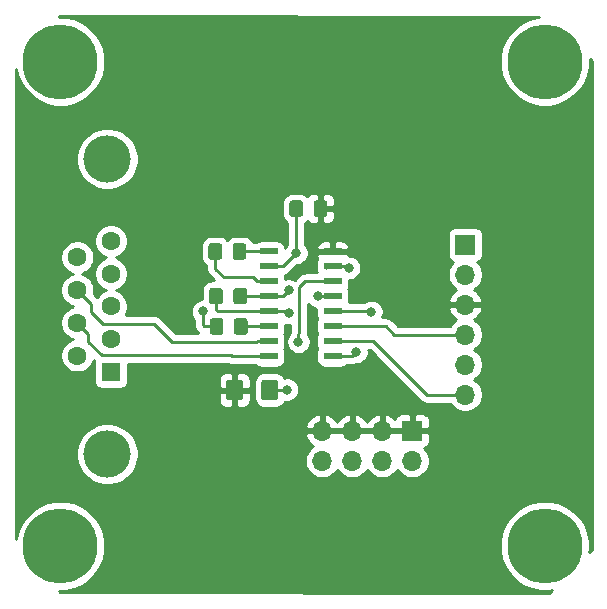
<source format=gbr>
G04 #@! TF.GenerationSoftware,KiCad,Pcbnew,(5.1.5)-3*
G04 #@! TF.CreationDate,2020-04-19T11:44:13-04:00*
G04 #@! TF.ProjectId,RS232_TTL_Female,52533233-325f-4545-944c-5f46656d616c,rev?*
G04 #@! TF.SameCoordinates,Original*
G04 #@! TF.FileFunction,Copper,L1,Top*
G04 #@! TF.FilePolarity,Positive*
%FSLAX46Y46*%
G04 Gerber Fmt 4.6, Leading zero omitted, Abs format (unit mm)*
G04 Created by KiCad (PCBNEW (5.1.5)-3) date 2020-04-19 11:44:13*
%MOMM*%
%LPD*%
G04 APERTURE LIST*
%ADD10C,0.100000*%
%ADD11R,1.600000X1.600000*%
%ADD12C,1.600000*%
%ADD13C,4.000000*%
%ADD14R,1.500000X0.600000*%
%ADD15R,1.700000X1.700000*%
%ADD16O,1.700000X1.700000*%
%ADD17C,6.350000*%
%ADD18C,0.800000*%
%ADD19C,0.250000*%
%ADD20C,0.254000*%
G04 APERTURE END LIST*
G04 #@! TA.AperFunction,SMDPad,CuDef*
D10*
G36*
X138402405Y-86212504D02*
G01*
X138426673Y-86216104D01*
X138450472Y-86222065D01*
X138473571Y-86230330D01*
X138495750Y-86240820D01*
X138516793Y-86253432D01*
X138536499Y-86268047D01*
X138554677Y-86284523D01*
X138571153Y-86302701D01*
X138585768Y-86322407D01*
X138598380Y-86343450D01*
X138608870Y-86365629D01*
X138617135Y-86388728D01*
X138623096Y-86412527D01*
X138626696Y-86436795D01*
X138627900Y-86461299D01*
X138627900Y-87361301D01*
X138626696Y-87385805D01*
X138623096Y-87410073D01*
X138617135Y-87433872D01*
X138608870Y-87456971D01*
X138598380Y-87479150D01*
X138585768Y-87500193D01*
X138571153Y-87519899D01*
X138554677Y-87538077D01*
X138536499Y-87554553D01*
X138516793Y-87569168D01*
X138495750Y-87581780D01*
X138473571Y-87592270D01*
X138450472Y-87600535D01*
X138426673Y-87606496D01*
X138402405Y-87610096D01*
X138377901Y-87611300D01*
X137727899Y-87611300D01*
X137703395Y-87610096D01*
X137679127Y-87606496D01*
X137655328Y-87600535D01*
X137632229Y-87592270D01*
X137610050Y-87581780D01*
X137589007Y-87569168D01*
X137569301Y-87554553D01*
X137551123Y-87538077D01*
X137534647Y-87519899D01*
X137520032Y-87500193D01*
X137507420Y-87479150D01*
X137496930Y-87456971D01*
X137488665Y-87433872D01*
X137482704Y-87410073D01*
X137479104Y-87385805D01*
X137477900Y-87361301D01*
X137477900Y-86461299D01*
X137479104Y-86436795D01*
X137482704Y-86412527D01*
X137488665Y-86388728D01*
X137496930Y-86365629D01*
X137507420Y-86343450D01*
X137520032Y-86322407D01*
X137534647Y-86302701D01*
X137551123Y-86284523D01*
X137569301Y-86268047D01*
X137589007Y-86253432D01*
X137610050Y-86240820D01*
X137632229Y-86230330D01*
X137655328Y-86222065D01*
X137679127Y-86216104D01*
X137703395Y-86212504D01*
X137727899Y-86211300D01*
X138377901Y-86211300D01*
X138402405Y-86212504D01*
G37*
G04 #@! TD.AperFunction*
G04 #@! TA.AperFunction,SMDPad,CuDef*
G36*
X136352405Y-86212504D02*
G01*
X136376673Y-86216104D01*
X136400472Y-86222065D01*
X136423571Y-86230330D01*
X136445750Y-86240820D01*
X136466793Y-86253432D01*
X136486499Y-86268047D01*
X136504677Y-86284523D01*
X136521153Y-86302701D01*
X136535768Y-86322407D01*
X136548380Y-86343450D01*
X136558870Y-86365629D01*
X136567135Y-86388728D01*
X136573096Y-86412527D01*
X136576696Y-86436795D01*
X136577900Y-86461299D01*
X136577900Y-87361301D01*
X136576696Y-87385805D01*
X136573096Y-87410073D01*
X136567135Y-87433872D01*
X136558870Y-87456971D01*
X136548380Y-87479150D01*
X136535768Y-87500193D01*
X136521153Y-87519899D01*
X136504677Y-87538077D01*
X136486499Y-87554553D01*
X136466793Y-87569168D01*
X136445750Y-87581780D01*
X136423571Y-87592270D01*
X136400472Y-87600535D01*
X136376673Y-87606496D01*
X136352405Y-87610096D01*
X136327901Y-87611300D01*
X135677899Y-87611300D01*
X135653395Y-87610096D01*
X135629127Y-87606496D01*
X135605328Y-87600535D01*
X135582229Y-87592270D01*
X135560050Y-87581780D01*
X135539007Y-87569168D01*
X135519301Y-87554553D01*
X135501123Y-87538077D01*
X135484647Y-87519899D01*
X135470032Y-87500193D01*
X135457420Y-87479150D01*
X135446930Y-87456971D01*
X135438665Y-87433872D01*
X135432704Y-87410073D01*
X135429104Y-87385805D01*
X135427900Y-87361301D01*
X135427900Y-86461299D01*
X135429104Y-86436795D01*
X135432704Y-86412527D01*
X135438665Y-86388728D01*
X135446930Y-86365629D01*
X135457420Y-86343450D01*
X135470032Y-86322407D01*
X135484647Y-86302701D01*
X135501123Y-86284523D01*
X135519301Y-86268047D01*
X135539007Y-86253432D01*
X135560050Y-86240820D01*
X135582229Y-86230330D01*
X135605328Y-86222065D01*
X135629127Y-86216104D01*
X135653395Y-86212504D01*
X135677899Y-86211300D01*
X136327901Y-86211300D01*
X136352405Y-86212504D01*
G37*
G04 #@! TD.AperFunction*
G04 #@! TA.AperFunction,SMDPad,CuDef*
G36*
X136415905Y-89997104D02*
G01*
X136440173Y-90000704D01*
X136463972Y-90006665D01*
X136487071Y-90014930D01*
X136509250Y-90025420D01*
X136530293Y-90038032D01*
X136549999Y-90052647D01*
X136568177Y-90069123D01*
X136584653Y-90087301D01*
X136599268Y-90107007D01*
X136611880Y-90128050D01*
X136622370Y-90150229D01*
X136630635Y-90173328D01*
X136636596Y-90197127D01*
X136640196Y-90221395D01*
X136641400Y-90245899D01*
X136641400Y-91145901D01*
X136640196Y-91170405D01*
X136636596Y-91194673D01*
X136630635Y-91218472D01*
X136622370Y-91241571D01*
X136611880Y-91263750D01*
X136599268Y-91284793D01*
X136584653Y-91304499D01*
X136568177Y-91322677D01*
X136549999Y-91339153D01*
X136530293Y-91353768D01*
X136509250Y-91366380D01*
X136487071Y-91376870D01*
X136463972Y-91385135D01*
X136440173Y-91391096D01*
X136415905Y-91394696D01*
X136391401Y-91395900D01*
X135741399Y-91395900D01*
X135716895Y-91394696D01*
X135692627Y-91391096D01*
X135668828Y-91385135D01*
X135645729Y-91376870D01*
X135623550Y-91366380D01*
X135602507Y-91353768D01*
X135582801Y-91339153D01*
X135564623Y-91322677D01*
X135548147Y-91304499D01*
X135533532Y-91284793D01*
X135520920Y-91263750D01*
X135510430Y-91241571D01*
X135502165Y-91218472D01*
X135496204Y-91194673D01*
X135492604Y-91170405D01*
X135491400Y-91145901D01*
X135491400Y-90245899D01*
X135492604Y-90221395D01*
X135496204Y-90197127D01*
X135502165Y-90173328D01*
X135510430Y-90150229D01*
X135520920Y-90128050D01*
X135533532Y-90107007D01*
X135548147Y-90087301D01*
X135564623Y-90069123D01*
X135582801Y-90052647D01*
X135602507Y-90038032D01*
X135623550Y-90025420D01*
X135645729Y-90014930D01*
X135668828Y-90006665D01*
X135692627Y-90000704D01*
X135716895Y-89997104D01*
X135741399Y-89995900D01*
X136391401Y-89995900D01*
X136415905Y-89997104D01*
G37*
G04 #@! TD.AperFunction*
G04 #@! TA.AperFunction,SMDPad,CuDef*
G36*
X138465905Y-89997104D02*
G01*
X138490173Y-90000704D01*
X138513972Y-90006665D01*
X138537071Y-90014930D01*
X138559250Y-90025420D01*
X138580293Y-90038032D01*
X138599999Y-90052647D01*
X138618177Y-90069123D01*
X138634653Y-90087301D01*
X138649268Y-90107007D01*
X138661880Y-90128050D01*
X138672370Y-90150229D01*
X138680635Y-90173328D01*
X138686596Y-90197127D01*
X138690196Y-90221395D01*
X138691400Y-90245899D01*
X138691400Y-91145901D01*
X138690196Y-91170405D01*
X138686596Y-91194673D01*
X138680635Y-91218472D01*
X138672370Y-91241571D01*
X138661880Y-91263750D01*
X138649268Y-91284793D01*
X138634653Y-91304499D01*
X138618177Y-91322677D01*
X138599999Y-91339153D01*
X138580293Y-91353768D01*
X138559250Y-91366380D01*
X138537071Y-91376870D01*
X138513972Y-91385135D01*
X138490173Y-91391096D01*
X138465905Y-91394696D01*
X138441401Y-91395900D01*
X137791399Y-91395900D01*
X137766895Y-91394696D01*
X137742627Y-91391096D01*
X137718828Y-91385135D01*
X137695729Y-91376870D01*
X137673550Y-91366380D01*
X137652507Y-91353768D01*
X137632801Y-91339153D01*
X137614623Y-91322677D01*
X137598147Y-91304499D01*
X137583532Y-91284793D01*
X137570920Y-91263750D01*
X137560430Y-91241571D01*
X137552165Y-91218472D01*
X137546204Y-91194673D01*
X137542604Y-91170405D01*
X137541400Y-91145901D01*
X137541400Y-90245899D01*
X137542604Y-90221395D01*
X137546204Y-90197127D01*
X137552165Y-90173328D01*
X137560430Y-90150229D01*
X137570920Y-90128050D01*
X137583532Y-90107007D01*
X137598147Y-90087301D01*
X137614623Y-90069123D01*
X137632801Y-90052647D01*
X137652507Y-90038032D01*
X137673550Y-90025420D01*
X137695729Y-90014930D01*
X137718828Y-90006665D01*
X137742627Y-90000704D01*
X137766895Y-89997104D01*
X137791399Y-89995900D01*
X138441401Y-89995900D01*
X138465905Y-89997104D01*
G37*
G04 #@! TD.AperFunction*
G04 #@! TA.AperFunction,SMDPad,CuDef*
G36*
X145260405Y-82580304D02*
G01*
X145284673Y-82583904D01*
X145308472Y-82589865D01*
X145331571Y-82598130D01*
X145353750Y-82608620D01*
X145374793Y-82621232D01*
X145394499Y-82635847D01*
X145412677Y-82652323D01*
X145429153Y-82670501D01*
X145443768Y-82690207D01*
X145456380Y-82711250D01*
X145466870Y-82733429D01*
X145475135Y-82756528D01*
X145481096Y-82780327D01*
X145484696Y-82804595D01*
X145485900Y-82829099D01*
X145485900Y-83729101D01*
X145484696Y-83753605D01*
X145481096Y-83777873D01*
X145475135Y-83801672D01*
X145466870Y-83824771D01*
X145456380Y-83846950D01*
X145443768Y-83867993D01*
X145429153Y-83887699D01*
X145412677Y-83905877D01*
X145394499Y-83922353D01*
X145374793Y-83936968D01*
X145353750Y-83949580D01*
X145331571Y-83960070D01*
X145308472Y-83968335D01*
X145284673Y-83974296D01*
X145260405Y-83977896D01*
X145235901Y-83979100D01*
X144585899Y-83979100D01*
X144561395Y-83977896D01*
X144537127Y-83974296D01*
X144513328Y-83968335D01*
X144490229Y-83960070D01*
X144468050Y-83949580D01*
X144447007Y-83936968D01*
X144427301Y-83922353D01*
X144409123Y-83905877D01*
X144392647Y-83887699D01*
X144378032Y-83867993D01*
X144365420Y-83846950D01*
X144354930Y-83824771D01*
X144346665Y-83801672D01*
X144340704Y-83777873D01*
X144337104Y-83753605D01*
X144335900Y-83729101D01*
X144335900Y-82829099D01*
X144337104Y-82804595D01*
X144340704Y-82780327D01*
X144346665Y-82756528D01*
X144354930Y-82733429D01*
X144365420Y-82711250D01*
X144378032Y-82690207D01*
X144392647Y-82670501D01*
X144409123Y-82652323D01*
X144427301Y-82635847D01*
X144447007Y-82621232D01*
X144468050Y-82608620D01*
X144490229Y-82598130D01*
X144513328Y-82589865D01*
X144537127Y-82583904D01*
X144561395Y-82580304D01*
X144585899Y-82579100D01*
X145235901Y-82579100D01*
X145260405Y-82580304D01*
G37*
G04 #@! TD.AperFunction*
G04 #@! TA.AperFunction,SMDPad,CuDef*
G36*
X143210405Y-82580304D02*
G01*
X143234673Y-82583904D01*
X143258472Y-82589865D01*
X143281571Y-82598130D01*
X143303750Y-82608620D01*
X143324793Y-82621232D01*
X143344499Y-82635847D01*
X143362677Y-82652323D01*
X143379153Y-82670501D01*
X143393768Y-82690207D01*
X143406380Y-82711250D01*
X143416870Y-82733429D01*
X143425135Y-82756528D01*
X143431096Y-82780327D01*
X143434696Y-82804595D01*
X143435900Y-82829099D01*
X143435900Y-83729101D01*
X143434696Y-83753605D01*
X143431096Y-83777873D01*
X143425135Y-83801672D01*
X143416870Y-83824771D01*
X143406380Y-83846950D01*
X143393768Y-83867993D01*
X143379153Y-83887699D01*
X143362677Y-83905877D01*
X143344499Y-83922353D01*
X143324793Y-83936968D01*
X143303750Y-83949580D01*
X143281571Y-83960070D01*
X143258472Y-83968335D01*
X143234673Y-83974296D01*
X143210405Y-83977896D01*
X143185901Y-83979100D01*
X142535899Y-83979100D01*
X142511395Y-83977896D01*
X142487127Y-83974296D01*
X142463328Y-83968335D01*
X142440229Y-83960070D01*
X142418050Y-83949580D01*
X142397007Y-83936968D01*
X142377301Y-83922353D01*
X142359123Y-83905877D01*
X142342647Y-83887699D01*
X142328032Y-83867993D01*
X142315420Y-83846950D01*
X142304930Y-83824771D01*
X142296665Y-83801672D01*
X142290704Y-83777873D01*
X142287104Y-83753605D01*
X142285900Y-83729101D01*
X142285900Y-82829099D01*
X142287104Y-82804595D01*
X142290704Y-82780327D01*
X142296665Y-82756528D01*
X142304930Y-82733429D01*
X142315420Y-82711250D01*
X142328032Y-82690207D01*
X142342647Y-82670501D01*
X142359123Y-82652323D01*
X142377301Y-82635847D01*
X142397007Y-82621232D01*
X142418050Y-82608620D01*
X142440229Y-82598130D01*
X142463328Y-82589865D01*
X142487127Y-82583904D01*
X142511395Y-82580304D01*
X142535899Y-82579100D01*
X143185901Y-82579100D01*
X143210405Y-82580304D01*
G37*
G04 #@! TD.AperFunction*
G04 #@! TA.AperFunction,SMDPad,CuDef*
G36*
X138516705Y-92562504D02*
G01*
X138540973Y-92566104D01*
X138564772Y-92572065D01*
X138587871Y-92580330D01*
X138610050Y-92590820D01*
X138631093Y-92603432D01*
X138650799Y-92618047D01*
X138668977Y-92634523D01*
X138685453Y-92652701D01*
X138700068Y-92672407D01*
X138712680Y-92693450D01*
X138723170Y-92715629D01*
X138731435Y-92738728D01*
X138737396Y-92762527D01*
X138740996Y-92786795D01*
X138742200Y-92811299D01*
X138742200Y-93711301D01*
X138740996Y-93735805D01*
X138737396Y-93760073D01*
X138731435Y-93783872D01*
X138723170Y-93806971D01*
X138712680Y-93829150D01*
X138700068Y-93850193D01*
X138685453Y-93869899D01*
X138668977Y-93888077D01*
X138650799Y-93904553D01*
X138631093Y-93919168D01*
X138610050Y-93931780D01*
X138587871Y-93942270D01*
X138564772Y-93950535D01*
X138540973Y-93956496D01*
X138516705Y-93960096D01*
X138492201Y-93961300D01*
X137842199Y-93961300D01*
X137817695Y-93960096D01*
X137793427Y-93956496D01*
X137769628Y-93950535D01*
X137746529Y-93942270D01*
X137724350Y-93931780D01*
X137703307Y-93919168D01*
X137683601Y-93904553D01*
X137665423Y-93888077D01*
X137648947Y-93869899D01*
X137634332Y-93850193D01*
X137621720Y-93829150D01*
X137611230Y-93806971D01*
X137602965Y-93783872D01*
X137597004Y-93760073D01*
X137593404Y-93735805D01*
X137592200Y-93711301D01*
X137592200Y-92811299D01*
X137593404Y-92786795D01*
X137597004Y-92762527D01*
X137602965Y-92738728D01*
X137611230Y-92715629D01*
X137621720Y-92693450D01*
X137634332Y-92672407D01*
X137648947Y-92652701D01*
X137665423Y-92634523D01*
X137683601Y-92618047D01*
X137703307Y-92603432D01*
X137724350Y-92590820D01*
X137746529Y-92580330D01*
X137769628Y-92572065D01*
X137793427Y-92566104D01*
X137817695Y-92562504D01*
X137842199Y-92561300D01*
X138492201Y-92561300D01*
X138516705Y-92562504D01*
G37*
G04 #@! TD.AperFunction*
G04 #@! TA.AperFunction,SMDPad,CuDef*
G36*
X136466705Y-92562504D02*
G01*
X136490973Y-92566104D01*
X136514772Y-92572065D01*
X136537871Y-92580330D01*
X136560050Y-92590820D01*
X136581093Y-92603432D01*
X136600799Y-92618047D01*
X136618977Y-92634523D01*
X136635453Y-92652701D01*
X136650068Y-92672407D01*
X136662680Y-92693450D01*
X136673170Y-92715629D01*
X136681435Y-92738728D01*
X136687396Y-92762527D01*
X136690996Y-92786795D01*
X136692200Y-92811299D01*
X136692200Y-93711301D01*
X136690996Y-93735805D01*
X136687396Y-93760073D01*
X136681435Y-93783872D01*
X136673170Y-93806971D01*
X136662680Y-93829150D01*
X136650068Y-93850193D01*
X136635453Y-93869899D01*
X136618977Y-93888077D01*
X136600799Y-93904553D01*
X136581093Y-93919168D01*
X136560050Y-93931780D01*
X136537871Y-93942270D01*
X136514772Y-93950535D01*
X136490973Y-93956496D01*
X136466705Y-93960096D01*
X136442201Y-93961300D01*
X135792199Y-93961300D01*
X135767695Y-93960096D01*
X135743427Y-93956496D01*
X135719628Y-93950535D01*
X135696529Y-93942270D01*
X135674350Y-93931780D01*
X135653307Y-93919168D01*
X135633601Y-93904553D01*
X135615423Y-93888077D01*
X135598947Y-93869899D01*
X135584332Y-93850193D01*
X135571720Y-93829150D01*
X135561230Y-93806971D01*
X135552965Y-93783872D01*
X135547004Y-93760073D01*
X135543404Y-93735805D01*
X135542200Y-93711301D01*
X135542200Y-92811299D01*
X135543404Y-92786795D01*
X135547004Y-92762527D01*
X135552965Y-92738728D01*
X135561230Y-92715629D01*
X135571720Y-92693450D01*
X135584332Y-92672407D01*
X135598947Y-92652701D01*
X135615423Y-92634523D01*
X135633601Y-92618047D01*
X135653307Y-92603432D01*
X135674350Y-92590820D01*
X135696529Y-92580330D01*
X135719628Y-92572065D01*
X135743427Y-92566104D01*
X135767695Y-92562504D01*
X135792199Y-92561300D01*
X136442201Y-92561300D01*
X136466705Y-92562504D01*
G37*
G04 #@! TD.AperFunction*
D11*
X127172700Y-97109400D03*
D12*
X127172700Y-94339400D03*
X127172700Y-91569400D03*
X127172700Y-88799400D03*
X127172700Y-86029400D03*
X124332700Y-95724400D03*
X124332700Y-92954400D03*
X124332700Y-90184400D03*
X124332700Y-87414400D03*
D13*
X126872700Y-79069400D03*
X126872700Y-104069400D03*
D14*
X140550900Y-86911300D03*
X140550900Y-88181300D03*
X140550900Y-89451300D03*
X140550900Y-90721300D03*
X140550900Y-91991300D03*
X140550900Y-93261300D03*
X140550900Y-94531300D03*
X140550900Y-95801300D03*
X145950900Y-95801300D03*
X145950900Y-94531300D03*
X145950900Y-93261300D03*
X145950900Y-91991300D03*
X145950900Y-90721300D03*
X145950900Y-89451300D03*
X145950900Y-88181300D03*
X145950900Y-86911300D03*
D15*
X157170100Y-86327100D03*
D16*
X157170100Y-88867100D03*
X157170100Y-91407100D03*
X157170100Y-93947100D03*
X157170100Y-96487100D03*
X157170100Y-99027100D03*
G04 #@! TA.AperFunction,SMDPad,CuDef*
D10*
G36*
X138134304Y-97769004D02*
G01*
X138158573Y-97772604D01*
X138182371Y-97778565D01*
X138205471Y-97786830D01*
X138227649Y-97797320D01*
X138248693Y-97809933D01*
X138268398Y-97824547D01*
X138286577Y-97841023D01*
X138303053Y-97859202D01*
X138317667Y-97878907D01*
X138330280Y-97899951D01*
X138340770Y-97922129D01*
X138349035Y-97945229D01*
X138354996Y-97969027D01*
X138358596Y-97993296D01*
X138359800Y-98017800D01*
X138359800Y-99267800D01*
X138358596Y-99292304D01*
X138354996Y-99316573D01*
X138349035Y-99340371D01*
X138340770Y-99363471D01*
X138330280Y-99385649D01*
X138317667Y-99406693D01*
X138303053Y-99426398D01*
X138286577Y-99444577D01*
X138268398Y-99461053D01*
X138248693Y-99475667D01*
X138227649Y-99488280D01*
X138205471Y-99498770D01*
X138182371Y-99507035D01*
X138158573Y-99512996D01*
X138134304Y-99516596D01*
X138109800Y-99517800D01*
X137184800Y-99517800D01*
X137160296Y-99516596D01*
X137136027Y-99512996D01*
X137112229Y-99507035D01*
X137089129Y-99498770D01*
X137066951Y-99488280D01*
X137045907Y-99475667D01*
X137026202Y-99461053D01*
X137008023Y-99444577D01*
X136991547Y-99426398D01*
X136976933Y-99406693D01*
X136964320Y-99385649D01*
X136953830Y-99363471D01*
X136945565Y-99340371D01*
X136939604Y-99316573D01*
X136936004Y-99292304D01*
X136934800Y-99267800D01*
X136934800Y-98017800D01*
X136936004Y-97993296D01*
X136939604Y-97969027D01*
X136945565Y-97945229D01*
X136953830Y-97922129D01*
X136964320Y-97899951D01*
X136976933Y-97878907D01*
X136991547Y-97859202D01*
X137008023Y-97841023D01*
X137026202Y-97824547D01*
X137045907Y-97809933D01*
X137066951Y-97797320D01*
X137089129Y-97786830D01*
X137112229Y-97778565D01*
X137136027Y-97772604D01*
X137160296Y-97769004D01*
X137184800Y-97767800D01*
X138109800Y-97767800D01*
X138134304Y-97769004D01*
G37*
G04 #@! TD.AperFunction*
G04 #@! TA.AperFunction,SMDPad,CuDef*
G36*
X141109304Y-97769004D02*
G01*
X141133573Y-97772604D01*
X141157371Y-97778565D01*
X141180471Y-97786830D01*
X141202649Y-97797320D01*
X141223693Y-97809933D01*
X141243398Y-97824547D01*
X141261577Y-97841023D01*
X141278053Y-97859202D01*
X141292667Y-97878907D01*
X141305280Y-97899951D01*
X141315770Y-97922129D01*
X141324035Y-97945229D01*
X141329996Y-97969027D01*
X141333596Y-97993296D01*
X141334800Y-98017800D01*
X141334800Y-99267800D01*
X141333596Y-99292304D01*
X141329996Y-99316573D01*
X141324035Y-99340371D01*
X141315770Y-99363471D01*
X141305280Y-99385649D01*
X141292667Y-99406693D01*
X141278053Y-99426398D01*
X141261577Y-99444577D01*
X141243398Y-99461053D01*
X141223693Y-99475667D01*
X141202649Y-99488280D01*
X141180471Y-99498770D01*
X141157371Y-99507035D01*
X141133573Y-99512996D01*
X141109304Y-99516596D01*
X141084800Y-99517800D01*
X140159800Y-99517800D01*
X140135296Y-99516596D01*
X140111027Y-99512996D01*
X140087229Y-99507035D01*
X140064129Y-99498770D01*
X140041951Y-99488280D01*
X140020907Y-99475667D01*
X140001202Y-99461053D01*
X139983023Y-99444577D01*
X139966547Y-99426398D01*
X139951933Y-99406693D01*
X139939320Y-99385649D01*
X139928830Y-99363471D01*
X139920565Y-99340371D01*
X139914604Y-99316573D01*
X139911004Y-99292304D01*
X139909800Y-99267800D01*
X139909800Y-98017800D01*
X139911004Y-97993296D01*
X139914604Y-97969027D01*
X139920565Y-97945229D01*
X139928830Y-97922129D01*
X139939320Y-97899951D01*
X139951933Y-97878907D01*
X139966547Y-97859202D01*
X139983023Y-97841023D01*
X140001202Y-97824547D01*
X140020907Y-97809933D01*
X140041951Y-97797320D01*
X140064129Y-97786830D01*
X140087229Y-97778565D01*
X140111027Y-97772604D01*
X140135296Y-97769004D01*
X140159800Y-97767800D01*
X141084800Y-97767800D01*
X141109304Y-97769004D01*
G37*
G04 #@! TD.AperFunction*
D15*
X152687000Y-102100500D03*
D16*
X152687000Y-104640500D03*
X150147000Y-102100500D03*
X150147000Y-104640500D03*
X147607000Y-102100500D03*
X147607000Y-104640500D03*
X145067000Y-102100500D03*
X145067000Y-104640500D03*
D17*
X122900000Y-70830000D03*
X163900000Y-70830000D03*
X122900000Y-111830000D03*
X163900000Y-111830000D03*
D18*
X142234900Y-92118300D03*
X142234900Y-90213300D03*
X147314900Y-88308300D03*
X134957800Y-91991300D03*
X142081200Y-98604700D03*
X142869900Y-87038300D03*
X143047700Y-94556700D03*
X144686000Y-90721300D03*
X147949900Y-95420300D03*
X149232600Y-92016700D03*
D19*
X140550900Y-86911300D02*
X140202900Y-86911300D01*
X140550900Y-86911300D02*
X138052900Y-86911300D01*
X139550900Y-89451300D02*
X139195300Y-89095700D01*
X140550900Y-89451300D02*
X139550900Y-89451300D01*
X139195300Y-89095700D02*
X136723100Y-89095700D01*
X136002900Y-88375500D02*
X136002900Y-86911300D01*
X136723100Y-89095700D02*
X136002900Y-88375500D01*
X140550900Y-91991300D02*
X142107900Y-91991300D01*
X142107900Y-91991300D02*
X142234900Y-92118300D01*
X140550900Y-91991300D02*
X136215100Y-91991300D01*
X136066400Y-91842600D02*
X136066400Y-90695900D01*
X136215100Y-91991300D02*
X136066400Y-91842600D01*
X138141800Y-90721300D02*
X138116400Y-90695900D01*
X140550900Y-90721300D02*
X138141800Y-90721300D01*
X141726900Y-90721300D02*
X142234900Y-90213300D01*
X140550900Y-90721300D02*
X141726900Y-90721300D01*
X145500900Y-88181300D02*
X145373900Y-88308300D01*
X145950900Y-88181300D02*
X145500900Y-88181300D01*
X145373900Y-88308300D02*
X145373900Y-88344300D01*
X145950900Y-88181300D02*
X147187900Y-88181300D01*
X147187900Y-88181300D02*
X147314900Y-88308300D01*
X136117200Y-93261300D02*
X135084800Y-93261300D01*
X135084800Y-93261300D02*
X134957800Y-93134300D01*
X134957800Y-93134300D02*
X134957800Y-91991300D01*
X140622300Y-98642800D02*
X142043100Y-98642800D01*
X142043100Y-98642800D02*
X142081200Y-98604700D01*
X140550900Y-88181300D02*
X141726900Y-88181300D01*
X141726900Y-88181300D02*
X142869900Y-87038300D01*
X142869900Y-83288100D02*
X142860900Y-83279100D01*
X142869900Y-87038300D02*
X142869900Y-83288100D01*
X140550900Y-93261300D02*
X140837900Y-93261300D01*
X140550900Y-93261300D02*
X138167200Y-93261300D01*
X143631900Y-89451300D02*
X145950900Y-89451300D01*
X143123900Y-89959300D02*
X143631900Y-89451300D01*
X143047700Y-94556700D02*
X143047700Y-93934400D01*
X143047700Y-93934400D02*
X143136600Y-93845500D01*
X143136600Y-93845500D02*
X143136600Y-92918400D01*
X143136600Y-92918400D02*
X143123900Y-89959300D01*
X145950900Y-90721300D02*
X144686000Y-90721300D01*
X137421600Y-95801300D02*
X140550900Y-95801300D01*
X125267700Y-94569400D02*
X126410700Y-95712400D01*
X124332700Y-92954400D02*
X125267700Y-93889400D01*
X125267700Y-93889400D02*
X125267700Y-94569400D01*
X126410700Y-95712400D02*
X137332700Y-95712400D01*
X137332700Y-95712400D02*
X137421600Y-95801300D01*
X125521700Y-91373400D02*
X124332700Y-90184400D01*
X125521700Y-92029400D02*
X125521700Y-91373400D01*
X126537700Y-93045400D02*
X125521700Y-92029400D01*
X139550900Y-94531300D02*
X139538200Y-94544000D01*
X130838700Y-93045400D02*
X126537700Y-93045400D01*
X140550900Y-94531300D02*
X139550900Y-94531300D01*
X139538200Y-94544000D02*
X132337300Y-94544000D01*
X132337300Y-94544000D02*
X130838700Y-93045400D01*
X145950900Y-95801300D02*
X147568900Y-95801300D01*
X147568900Y-95801300D02*
X147949900Y-95420300D01*
X157170100Y-93947100D02*
X151137600Y-93947100D01*
X150451800Y-93261300D02*
X145950900Y-93261300D01*
X151137600Y-93947100D02*
X150451800Y-93261300D01*
X145950900Y-91991300D02*
X149207200Y-91991300D01*
X149207200Y-91991300D02*
X149232600Y-92016700D01*
X149397700Y-94531300D02*
X153918900Y-99052500D01*
X145950900Y-94531300D02*
X149397700Y-94531300D01*
X157170100Y-99027100D02*
X153918900Y-99052500D01*
D20*
G36*
X163449358Y-67034996D02*
G01*
X162788664Y-67166416D01*
X162095288Y-67453622D01*
X161471267Y-67870580D01*
X160940580Y-68401267D01*
X160523622Y-69025288D01*
X160236416Y-69718664D01*
X160090000Y-70454748D01*
X160090000Y-71205252D01*
X160236416Y-71941336D01*
X160523622Y-72634712D01*
X160940580Y-73258733D01*
X161471267Y-73789420D01*
X162095288Y-74206378D01*
X162788664Y-74493584D01*
X163524748Y-74640000D01*
X164275252Y-74640000D01*
X165011336Y-74493584D01*
X165704712Y-74206378D01*
X166328733Y-73789420D01*
X166859420Y-73258733D01*
X167276378Y-72634712D01*
X167563584Y-71941336D01*
X167710000Y-71205252D01*
X167710000Y-70657995D01*
X167876184Y-70822555D01*
X167863516Y-112170802D01*
X167679155Y-112360320D01*
X167710000Y-112205252D01*
X167710000Y-111454748D01*
X167563584Y-110718664D01*
X167276378Y-110025288D01*
X166859420Y-109401267D01*
X166328733Y-108870580D01*
X165704712Y-108453622D01*
X165011336Y-108166416D01*
X164275252Y-108020000D01*
X163524748Y-108020000D01*
X162788664Y-108166416D01*
X162095288Y-108453622D01*
X161471267Y-108870580D01*
X160940580Y-109401267D01*
X160523622Y-110025288D01*
X160236416Y-110718664D01*
X160090000Y-111454748D01*
X160090000Y-112205252D01*
X160236416Y-112941336D01*
X160523622Y-113634712D01*
X160940580Y-114258733D01*
X161471267Y-114789420D01*
X162095288Y-115206378D01*
X162788664Y-115493584D01*
X163524748Y-115640000D01*
X164275252Y-115640000D01*
X164539934Y-115587352D01*
X164304778Y-115829085D01*
X122872082Y-115740418D01*
X122778814Y-115640000D01*
X123275252Y-115640000D01*
X124011336Y-115493584D01*
X124704712Y-115206378D01*
X125328733Y-114789420D01*
X125859420Y-114258733D01*
X126276378Y-113634712D01*
X126563584Y-112941336D01*
X126710000Y-112205252D01*
X126710000Y-111454748D01*
X126563584Y-110718664D01*
X126276378Y-110025288D01*
X125859420Y-109401267D01*
X125328733Y-108870580D01*
X124704712Y-108453622D01*
X124011336Y-108166416D01*
X123275252Y-108020000D01*
X122524748Y-108020000D01*
X121788664Y-108166416D01*
X121095288Y-108453622D01*
X120471267Y-108870580D01*
X119940580Y-109401267D01*
X119523622Y-110025288D01*
X119236416Y-110718664D01*
X119133764Y-111234731D01*
X119136066Y-103809875D01*
X124237700Y-103809875D01*
X124237700Y-104328925D01*
X124338961Y-104838001D01*
X124537593Y-105317541D01*
X124825962Y-105749115D01*
X125192985Y-106116138D01*
X125624559Y-106404507D01*
X126104099Y-106603139D01*
X126613175Y-106704400D01*
X127132225Y-106704400D01*
X127641301Y-106603139D01*
X128120841Y-106404507D01*
X128552415Y-106116138D01*
X128919438Y-105749115D01*
X129207807Y-105317541D01*
X129406439Y-104838001D01*
X129474816Y-104494240D01*
X143582000Y-104494240D01*
X143582000Y-104786760D01*
X143639068Y-105073658D01*
X143751010Y-105343911D01*
X143913525Y-105587132D01*
X144120368Y-105793975D01*
X144363589Y-105956490D01*
X144633842Y-106068432D01*
X144920740Y-106125500D01*
X145213260Y-106125500D01*
X145500158Y-106068432D01*
X145770411Y-105956490D01*
X146013632Y-105793975D01*
X146220475Y-105587132D01*
X146337000Y-105412740D01*
X146453525Y-105587132D01*
X146660368Y-105793975D01*
X146903589Y-105956490D01*
X147173842Y-106068432D01*
X147460740Y-106125500D01*
X147753260Y-106125500D01*
X148040158Y-106068432D01*
X148310411Y-105956490D01*
X148553632Y-105793975D01*
X148760475Y-105587132D01*
X148877000Y-105412740D01*
X148993525Y-105587132D01*
X149200368Y-105793975D01*
X149443589Y-105956490D01*
X149713842Y-106068432D01*
X150000740Y-106125500D01*
X150293260Y-106125500D01*
X150580158Y-106068432D01*
X150850411Y-105956490D01*
X151093632Y-105793975D01*
X151300475Y-105587132D01*
X151417000Y-105412740D01*
X151533525Y-105587132D01*
X151740368Y-105793975D01*
X151983589Y-105956490D01*
X152253842Y-106068432D01*
X152540740Y-106125500D01*
X152833260Y-106125500D01*
X153120158Y-106068432D01*
X153390411Y-105956490D01*
X153633632Y-105793975D01*
X153840475Y-105587132D01*
X154002990Y-105343911D01*
X154114932Y-105073658D01*
X154172000Y-104786760D01*
X154172000Y-104494240D01*
X154114932Y-104207342D01*
X154002990Y-103937089D01*
X153840475Y-103693868D01*
X153708620Y-103562013D01*
X153781180Y-103540002D01*
X153891494Y-103481037D01*
X153988185Y-103401685D01*
X154067537Y-103304994D01*
X154126502Y-103194680D01*
X154162812Y-103074982D01*
X154175072Y-102950500D01*
X154172000Y-102386250D01*
X154013250Y-102227500D01*
X152814000Y-102227500D01*
X152814000Y-102247500D01*
X152560000Y-102247500D01*
X152560000Y-102227500D01*
X150274000Y-102227500D01*
X150274000Y-102247500D01*
X150020000Y-102247500D01*
X150020000Y-102227500D01*
X147734000Y-102227500D01*
X147734000Y-102247500D01*
X147480000Y-102247500D01*
X147480000Y-102227500D01*
X145194000Y-102227500D01*
X145194000Y-102247500D01*
X144940000Y-102247500D01*
X144940000Y-102227500D01*
X143746186Y-102227500D01*
X143625519Y-102457391D01*
X143722843Y-102731752D01*
X143871822Y-102981855D01*
X144066731Y-103198088D01*
X144296406Y-103369400D01*
X144120368Y-103487025D01*
X143913525Y-103693868D01*
X143751010Y-103937089D01*
X143639068Y-104207342D01*
X143582000Y-104494240D01*
X129474816Y-104494240D01*
X129507700Y-104328925D01*
X129507700Y-103809875D01*
X129406439Y-103300799D01*
X129207807Y-102821259D01*
X128919438Y-102389685D01*
X128552415Y-102022662D01*
X128134784Y-101743609D01*
X143625519Y-101743609D01*
X143746186Y-101973500D01*
X144940000Y-101973500D01*
X144940000Y-100780345D01*
X145194000Y-100780345D01*
X145194000Y-101973500D01*
X147480000Y-101973500D01*
X147480000Y-100780345D01*
X147734000Y-100780345D01*
X147734000Y-101973500D01*
X150020000Y-101973500D01*
X150020000Y-100780345D01*
X150274000Y-100780345D01*
X150274000Y-101973500D01*
X152560000Y-101973500D01*
X152560000Y-100774250D01*
X152814000Y-100774250D01*
X152814000Y-101973500D01*
X154013250Y-101973500D01*
X154172000Y-101814750D01*
X154175072Y-101250500D01*
X154162812Y-101126018D01*
X154126502Y-101006320D01*
X154067537Y-100896006D01*
X153988185Y-100799315D01*
X153891494Y-100719963D01*
X153781180Y-100660998D01*
X153661482Y-100624688D01*
X153537000Y-100612428D01*
X152972750Y-100615500D01*
X152814000Y-100774250D01*
X152560000Y-100774250D01*
X152401250Y-100615500D01*
X151837000Y-100612428D01*
X151712518Y-100624688D01*
X151592820Y-100660998D01*
X151482506Y-100719963D01*
X151385815Y-100799315D01*
X151306463Y-100896006D01*
X151247498Y-101006320D01*
X151223034Y-101086966D01*
X151147269Y-101002912D01*
X150913920Y-100828859D01*
X150651099Y-100703675D01*
X150503890Y-100659024D01*
X150274000Y-100780345D01*
X150020000Y-100780345D01*
X149790110Y-100659024D01*
X149642901Y-100703675D01*
X149380080Y-100828859D01*
X149146731Y-101002912D01*
X148951822Y-101219145D01*
X148877000Y-101344755D01*
X148802178Y-101219145D01*
X148607269Y-101002912D01*
X148373920Y-100828859D01*
X148111099Y-100703675D01*
X147963890Y-100659024D01*
X147734000Y-100780345D01*
X147480000Y-100780345D01*
X147250110Y-100659024D01*
X147102901Y-100703675D01*
X146840080Y-100828859D01*
X146606731Y-101002912D01*
X146411822Y-101219145D01*
X146337000Y-101344755D01*
X146262178Y-101219145D01*
X146067269Y-101002912D01*
X145833920Y-100828859D01*
X145571099Y-100703675D01*
X145423890Y-100659024D01*
X145194000Y-100780345D01*
X144940000Y-100780345D01*
X144710110Y-100659024D01*
X144562901Y-100703675D01*
X144300080Y-100828859D01*
X144066731Y-101002912D01*
X143871822Y-101219145D01*
X143722843Y-101469248D01*
X143625519Y-101743609D01*
X128134784Y-101743609D01*
X128120841Y-101734293D01*
X127641301Y-101535661D01*
X127132225Y-101434400D01*
X126613175Y-101434400D01*
X126104099Y-101535661D01*
X125624559Y-101734293D01*
X125192985Y-102022662D01*
X124825962Y-102389685D01*
X124537593Y-102821259D01*
X124338961Y-103300799D01*
X124237700Y-103809875D01*
X119136066Y-103809875D01*
X119137397Y-99517800D01*
X136296728Y-99517800D01*
X136308988Y-99642282D01*
X136345298Y-99761980D01*
X136404263Y-99872294D01*
X136483615Y-99968985D01*
X136580306Y-100048337D01*
X136690620Y-100107302D01*
X136810318Y-100143612D01*
X136934800Y-100155872D01*
X137361550Y-100152800D01*
X137520300Y-99994050D01*
X137520300Y-98769800D01*
X137774300Y-98769800D01*
X137774300Y-99994050D01*
X137933050Y-100152800D01*
X138359800Y-100155872D01*
X138484282Y-100143612D01*
X138603980Y-100107302D01*
X138714294Y-100048337D01*
X138810985Y-99968985D01*
X138890337Y-99872294D01*
X138949302Y-99761980D01*
X138985612Y-99642282D01*
X138997872Y-99517800D01*
X138994800Y-98928550D01*
X138836050Y-98769800D01*
X137774300Y-98769800D01*
X137520300Y-98769800D01*
X136458550Y-98769800D01*
X136299800Y-98928550D01*
X136296728Y-99517800D01*
X119137397Y-99517800D01*
X119141196Y-87273065D01*
X122897700Y-87273065D01*
X122897700Y-87555735D01*
X122952847Y-87832974D01*
X123061020Y-88094127D01*
X123218063Y-88329159D01*
X123417941Y-88529037D01*
X123652973Y-88686080D01*
X123914126Y-88794253D01*
X123940001Y-88799400D01*
X123914126Y-88804547D01*
X123652973Y-88912720D01*
X123417941Y-89069763D01*
X123218063Y-89269641D01*
X123061020Y-89504673D01*
X122952847Y-89765826D01*
X122897700Y-90043065D01*
X122897700Y-90325735D01*
X122952847Y-90602974D01*
X123061020Y-90864127D01*
X123218063Y-91099159D01*
X123417941Y-91299037D01*
X123652973Y-91456080D01*
X123914126Y-91564253D01*
X123940001Y-91569400D01*
X123914126Y-91574547D01*
X123652973Y-91682720D01*
X123417941Y-91839763D01*
X123218063Y-92039641D01*
X123061020Y-92274673D01*
X122952847Y-92535826D01*
X122897700Y-92813065D01*
X122897700Y-93095735D01*
X122952847Y-93372974D01*
X123061020Y-93634127D01*
X123218063Y-93869159D01*
X123417941Y-94069037D01*
X123652973Y-94226080D01*
X123914126Y-94334253D01*
X123940001Y-94339400D01*
X123914126Y-94344547D01*
X123652973Y-94452720D01*
X123417941Y-94609763D01*
X123218063Y-94809641D01*
X123061020Y-95044673D01*
X122952847Y-95305826D01*
X122897700Y-95583065D01*
X122897700Y-95865735D01*
X122952847Y-96142974D01*
X123061020Y-96404127D01*
X123218063Y-96639159D01*
X123417941Y-96839037D01*
X123652973Y-96996080D01*
X123914126Y-97104253D01*
X124191365Y-97159400D01*
X124474035Y-97159400D01*
X124751274Y-97104253D01*
X125012427Y-96996080D01*
X125247459Y-96839037D01*
X125447337Y-96639159D01*
X125604380Y-96404127D01*
X125712553Y-96142974D01*
X125721499Y-96098001D01*
X125761208Y-96137710D01*
X125746888Y-96184918D01*
X125734628Y-96309400D01*
X125734628Y-97909400D01*
X125746888Y-98033882D01*
X125783198Y-98153580D01*
X125842163Y-98263894D01*
X125921515Y-98360585D01*
X126018206Y-98439937D01*
X126128520Y-98498902D01*
X126248218Y-98535212D01*
X126372700Y-98547472D01*
X127972700Y-98547472D01*
X128097182Y-98535212D01*
X128216880Y-98498902D01*
X128327194Y-98439937D01*
X128423885Y-98360585D01*
X128503237Y-98263894D01*
X128562202Y-98153580D01*
X128598512Y-98033882D01*
X128610772Y-97909400D01*
X128610772Y-97767800D01*
X136296728Y-97767800D01*
X136299800Y-98357050D01*
X136458550Y-98515800D01*
X137520300Y-98515800D01*
X137520300Y-97291550D01*
X137774300Y-97291550D01*
X137774300Y-98515800D01*
X138836050Y-98515800D01*
X138994800Y-98357050D01*
X138996568Y-98017800D01*
X139271728Y-98017800D01*
X139271728Y-99267800D01*
X139288792Y-99441054D01*
X139339328Y-99607650D01*
X139421395Y-99761186D01*
X139531838Y-99895762D01*
X139666414Y-100006205D01*
X139819950Y-100088272D01*
X139986546Y-100138808D01*
X140159800Y-100155872D01*
X141084800Y-100155872D01*
X141258054Y-100138808D01*
X141424650Y-100088272D01*
X141578186Y-100006205D01*
X141712762Y-99895762D01*
X141823205Y-99761186D01*
X141896898Y-99623317D01*
X141979261Y-99639700D01*
X142183139Y-99639700D01*
X142383098Y-99599926D01*
X142571456Y-99521905D01*
X142740974Y-99408637D01*
X142885137Y-99264474D01*
X142998405Y-99094956D01*
X143076426Y-98906598D01*
X143116200Y-98706639D01*
X143116200Y-98502761D01*
X143076426Y-98302802D01*
X142998405Y-98114444D01*
X142885137Y-97944926D01*
X142740974Y-97800763D01*
X142571456Y-97687495D01*
X142383098Y-97609474D01*
X142183139Y-97569700D01*
X141979261Y-97569700D01*
X141860082Y-97593406D01*
X141823205Y-97524414D01*
X141712762Y-97389838D01*
X141578186Y-97279395D01*
X141424650Y-97197328D01*
X141258054Y-97146792D01*
X141084800Y-97129728D01*
X140159800Y-97129728D01*
X139986546Y-97146792D01*
X139819950Y-97197328D01*
X139666414Y-97279395D01*
X139531838Y-97389838D01*
X139421395Y-97524414D01*
X139339328Y-97677950D01*
X139288792Y-97844546D01*
X139271728Y-98017800D01*
X138996568Y-98017800D01*
X138997872Y-97767800D01*
X138985612Y-97643318D01*
X138949302Y-97523620D01*
X138890337Y-97413306D01*
X138810985Y-97316615D01*
X138714294Y-97237263D01*
X138603980Y-97178298D01*
X138484282Y-97141988D01*
X138359800Y-97129728D01*
X137933050Y-97132800D01*
X137774300Y-97291550D01*
X137520300Y-97291550D01*
X137361550Y-97132800D01*
X136934800Y-97129728D01*
X136810318Y-97141988D01*
X136690620Y-97178298D01*
X136580306Y-97237263D01*
X136483615Y-97316615D01*
X136404263Y-97413306D01*
X136345298Y-97523620D01*
X136308988Y-97643318D01*
X136296728Y-97767800D01*
X128610772Y-97767800D01*
X128610772Y-96472400D01*
X137064910Y-96472400D01*
X137129353Y-96506846D01*
X137272614Y-96550303D01*
X137384267Y-96561300D01*
X137421600Y-96564977D01*
X137458933Y-96561300D01*
X139360456Y-96561300D01*
X139446406Y-96631837D01*
X139556720Y-96690802D01*
X139676418Y-96727112D01*
X139800900Y-96739372D01*
X141300900Y-96739372D01*
X141425382Y-96727112D01*
X141545080Y-96690802D01*
X141655394Y-96631837D01*
X141752085Y-96552485D01*
X141831437Y-96455794D01*
X141890402Y-96345480D01*
X141926712Y-96225782D01*
X141938972Y-96101300D01*
X141938972Y-95501300D01*
X141926712Y-95376818D01*
X141890402Y-95257120D01*
X141841857Y-95166300D01*
X141890402Y-95075480D01*
X141926712Y-94955782D01*
X141938972Y-94831300D01*
X141938972Y-94231300D01*
X141926712Y-94106818D01*
X141890402Y-93987120D01*
X141841857Y-93896300D01*
X141890402Y-93805480D01*
X141926712Y-93685782D01*
X141938972Y-93561300D01*
X141938972Y-93114713D01*
X142132961Y-93153300D01*
X142336839Y-93153300D01*
X142376601Y-93145391D01*
X142376600Y-93577710D01*
X142342154Y-93642153D01*
X142298697Y-93785414D01*
X142292516Y-93848173D01*
X142243763Y-93896926D01*
X142130495Y-94066444D01*
X142052474Y-94254802D01*
X142012700Y-94454761D01*
X142012700Y-94658639D01*
X142052474Y-94858598D01*
X142130495Y-95046956D01*
X142243763Y-95216474D01*
X142387926Y-95360637D01*
X142557444Y-95473905D01*
X142745802Y-95551926D01*
X142945761Y-95591700D01*
X143149639Y-95591700D01*
X143349598Y-95551926D01*
X143537956Y-95473905D01*
X143707474Y-95360637D01*
X143851637Y-95216474D01*
X143964905Y-95046956D01*
X144042926Y-94858598D01*
X144082700Y-94658639D01*
X144082700Y-94454761D01*
X144042926Y-94254802D01*
X143964905Y-94066444D01*
X143889614Y-93953763D01*
X143896600Y-93882833D01*
X143896600Y-93882832D01*
X143900277Y-93845500D01*
X143896600Y-93808167D01*
X143896600Y-92954095D01*
X143896753Y-92952470D01*
X143896600Y-92916823D01*
X143896600Y-92881067D01*
X143896440Y-92879438D01*
X143890043Y-91389054D01*
X144026226Y-91525237D01*
X144195744Y-91638505D01*
X144384102Y-91716526D01*
X144562828Y-91752077D01*
X144562828Y-92291300D01*
X144575088Y-92415782D01*
X144611398Y-92535480D01*
X144659943Y-92626300D01*
X144611398Y-92717120D01*
X144575088Y-92836818D01*
X144562828Y-92961300D01*
X144562828Y-93561300D01*
X144575088Y-93685782D01*
X144611398Y-93805480D01*
X144659943Y-93896300D01*
X144611398Y-93987120D01*
X144575088Y-94106818D01*
X144562828Y-94231300D01*
X144562828Y-94831300D01*
X144575088Y-94955782D01*
X144611398Y-95075480D01*
X144659943Y-95166300D01*
X144611398Y-95257120D01*
X144575088Y-95376818D01*
X144562828Y-95501300D01*
X144562828Y-96101300D01*
X144575088Y-96225782D01*
X144611398Y-96345480D01*
X144670363Y-96455794D01*
X144749715Y-96552485D01*
X144846406Y-96631837D01*
X144956720Y-96690802D01*
X145076418Y-96727112D01*
X145200900Y-96739372D01*
X146700900Y-96739372D01*
X146825382Y-96727112D01*
X146945080Y-96690802D01*
X147055394Y-96631837D01*
X147141344Y-96561300D01*
X147531578Y-96561300D01*
X147568900Y-96564976D01*
X147606222Y-96561300D01*
X147606233Y-96561300D01*
X147717886Y-96550303D01*
X147861147Y-96506846D01*
X147957581Y-96455300D01*
X148051839Y-96455300D01*
X148251798Y-96415526D01*
X148440156Y-96337505D01*
X148609674Y-96224237D01*
X148753837Y-96080074D01*
X148867105Y-95910556D01*
X148945126Y-95722198D01*
X148984900Y-95522239D01*
X148984900Y-95318361D01*
X148979517Y-95291300D01*
X149082899Y-95291300D01*
X153357210Y-99565612D01*
X153383135Y-99596703D01*
X153439007Y-99641831D01*
X153494623Y-99687473D01*
X153497267Y-99688886D01*
X153499598Y-99690769D01*
X153563273Y-99724167D01*
X153626653Y-99758045D01*
X153629519Y-99758914D01*
X153632174Y-99760307D01*
X153701184Y-99780654D01*
X153769913Y-99801502D01*
X153772892Y-99801795D01*
X153775770Y-99802644D01*
X153847432Y-99809137D01*
X153918899Y-99816176D01*
X153959186Y-99812208D01*
X155898574Y-99797057D01*
X156016625Y-99973732D01*
X156223468Y-100180575D01*
X156466689Y-100343090D01*
X156736942Y-100455032D01*
X157023840Y-100512100D01*
X157316360Y-100512100D01*
X157603258Y-100455032D01*
X157873511Y-100343090D01*
X158116732Y-100180575D01*
X158323575Y-99973732D01*
X158486090Y-99730511D01*
X158598032Y-99460258D01*
X158655100Y-99173360D01*
X158655100Y-98880840D01*
X158598032Y-98593942D01*
X158486090Y-98323689D01*
X158323575Y-98080468D01*
X158116732Y-97873625D01*
X157942340Y-97757100D01*
X158116732Y-97640575D01*
X158323575Y-97433732D01*
X158486090Y-97190511D01*
X158598032Y-96920258D01*
X158655100Y-96633360D01*
X158655100Y-96340840D01*
X158598032Y-96053942D01*
X158486090Y-95783689D01*
X158323575Y-95540468D01*
X158116732Y-95333625D01*
X157942340Y-95217100D01*
X158116732Y-95100575D01*
X158323575Y-94893732D01*
X158486090Y-94650511D01*
X158598032Y-94380258D01*
X158655100Y-94093360D01*
X158655100Y-93800840D01*
X158598032Y-93513942D01*
X158486090Y-93243689D01*
X158323575Y-93000468D01*
X158116732Y-92793625D01*
X157934566Y-92671905D01*
X158051455Y-92602278D01*
X158267688Y-92407369D01*
X158441741Y-92174020D01*
X158566925Y-91911199D01*
X158611576Y-91763990D01*
X158490255Y-91534100D01*
X157297100Y-91534100D01*
X157297100Y-91554100D01*
X157043100Y-91554100D01*
X157043100Y-91534100D01*
X155849945Y-91534100D01*
X155728624Y-91763990D01*
X155773275Y-91911199D01*
X155898459Y-92174020D01*
X156072512Y-92407369D01*
X156288745Y-92602278D01*
X156405634Y-92671905D01*
X156223468Y-92793625D01*
X156016625Y-93000468D01*
X155891922Y-93187100D01*
X151452402Y-93187100D01*
X151015603Y-92750302D01*
X150991801Y-92721299D01*
X150876076Y-92626326D01*
X150744047Y-92555754D01*
X150600786Y-92512297D01*
X150489133Y-92501300D01*
X150489122Y-92501300D01*
X150451800Y-92497624D01*
X150414478Y-92501300D01*
X150152148Y-92501300D01*
X150227826Y-92318598D01*
X150267600Y-92118639D01*
X150267600Y-91914761D01*
X150227826Y-91714802D01*
X150149805Y-91526444D01*
X150036537Y-91356926D01*
X149892374Y-91212763D01*
X149722856Y-91099495D01*
X149534498Y-91021474D01*
X149334539Y-90981700D01*
X149130661Y-90981700D01*
X148930702Y-91021474D01*
X148742344Y-91099495D01*
X148572826Y-91212763D01*
X148554289Y-91231300D01*
X147300770Y-91231300D01*
X147326712Y-91145782D01*
X147338972Y-91021300D01*
X147338972Y-90421300D01*
X147326712Y-90296818D01*
X147290402Y-90177120D01*
X147241857Y-90086300D01*
X147290402Y-89995480D01*
X147326712Y-89875782D01*
X147338972Y-89751300D01*
X147338972Y-89343300D01*
X147416839Y-89343300D01*
X147616798Y-89303526D01*
X147805156Y-89225505D01*
X147974674Y-89112237D01*
X148118837Y-88968074D01*
X148232105Y-88798556D01*
X148310126Y-88610198D01*
X148349900Y-88410239D01*
X148349900Y-88206361D01*
X148310126Y-88006402D01*
X148232105Y-87818044D01*
X148118837Y-87648526D01*
X147974674Y-87504363D01*
X147805156Y-87391095D01*
X147616798Y-87313074D01*
X147416839Y-87273300D01*
X147332866Y-87273300D01*
X147338972Y-87211300D01*
X147335900Y-87197050D01*
X147177150Y-87038300D01*
X146077900Y-87038300D01*
X146077900Y-87058300D01*
X145823900Y-87058300D01*
X145823900Y-87038300D01*
X144724650Y-87038300D01*
X144565900Y-87197050D01*
X144562828Y-87211300D01*
X144575088Y-87335782D01*
X144611398Y-87455480D01*
X144659943Y-87546300D01*
X144611398Y-87637120D01*
X144575088Y-87756818D01*
X144562828Y-87881300D01*
X144562828Y-88481300D01*
X144575088Y-88605782D01*
X144601030Y-88691300D01*
X143669222Y-88691300D01*
X143631899Y-88687624D01*
X143594576Y-88691300D01*
X143594567Y-88691300D01*
X143482914Y-88702297D01*
X143339653Y-88745754D01*
X143207624Y-88816326D01*
X143091899Y-88911299D01*
X143068100Y-88940298D01*
X142716068Y-89292331D01*
X142536798Y-89218074D01*
X142336839Y-89178300D01*
X142132961Y-89178300D01*
X141938972Y-89216887D01*
X141938972Y-89151300D01*
X141926712Y-89026818D01*
X141895619Y-88924317D01*
X142019147Y-88886846D01*
X142151176Y-88816274D01*
X142266901Y-88721301D01*
X142290704Y-88692298D01*
X142909702Y-88073300D01*
X142971839Y-88073300D01*
X143171798Y-88033526D01*
X143360156Y-87955505D01*
X143529674Y-87842237D01*
X143673837Y-87698074D01*
X143787105Y-87528556D01*
X143865126Y-87340198D01*
X143904900Y-87140239D01*
X143904900Y-86936361D01*
X143865126Y-86736402D01*
X143813307Y-86611300D01*
X144562828Y-86611300D01*
X144565900Y-86625550D01*
X144724650Y-86784300D01*
X145823900Y-86784300D01*
X145823900Y-86135050D01*
X146077900Y-86135050D01*
X146077900Y-86784300D01*
X147177150Y-86784300D01*
X147335900Y-86625550D01*
X147338972Y-86611300D01*
X147326712Y-86486818D01*
X147290402Y-86367120D01*
X147231437Y-86256806D01*
X147152085Y-86160115D01*
X147055394Y-86080763D01*
X146945080Y-86021798D01*
X146825382Y-85985488D01*
X146700900Y-85973228D01*
X146236650Y-85976300D01*
X146077900Y-86135050D01*
X145823900Y-86135050D01*
X145665150Y-85976300D01*
X145200900Y-85973228D01*
X145076418Y-85985488D01*
X144956720Y-86021798D01*
X144846406Y-86080763D01*
X144749715Y-86160115D01*
X144670363Y-86256806D01*
X144611398Y-86367120D01*
X144575088Y-86486818D01*
X144562828Y-86611300D01*
X143813307Y-86611300D01*
X143787105Y-86548044D01*
X143673837Y-86378526D01*
X143629900Y-86334589D01*
X143629900Y-85477100D01*
X155682028Y-85477100D01*
X155682028Y-87177100D01*
X155694288Y-87301582D01*
X155730598Y-87421280D01*
X155789563Y-87531594D01*
X155868915Y-87628285D01*
X155965606Y-87707637D01*
X156075920Y-87766602D01*
X156148480Y-87788613D01*
X156016625Y-87920468D01*
X155854110Y-88163689D01*
X155742168Y-88433942D01*
X155685100Y-88720840D01*
X155685100Y-89013360D01*
X155742168Y-89300258D01*
X155854110Y-89570511D01*
X156016625Y-89813732D01*
X156223468Y-90020575D01*
X156405634Y-90142295D01*
X156288745Y-90211922D01*
X156072512Y-90406831D01*
X155898459Y-90640180D01*
X155773275Y-90903001D01*
X155728624Y-91050210D01*
X155849945Y-91280100D01*
X157043100Y-91280100D01*
X157043100Y-91260100D01*
X157297100Y-91260100D01*
X157297100Y-91280100D01*
X158490255Y-91280100D01*
X158611576Y-91050210D01*
X158566925Y-90903001D01*
X158441741Y-90640180D01*
X158267688Y-90406831D01*
X158051455Y-90211922D01*
X157934566Y-90142295D01*
X158116732Y-90020575D01*
X158323575Y-89813732D01*
X158486090Y-89570511D01*
X158598032Y-89300258D01*
X158655100Y-89013360D01*
X158655100Y-88720840D01*
X158598032Y-88433942D01*
X158486090Y-88163689D01*
X158323575Y-87920468D01*
X158191720Y-87788613D01*
X158264280Y-87766602D01*
X158374594Y-87707637D01*
X158471285Y-87628285D01*
X158550637Y-87531594D01*
X158609602Y-87421280D01*
X158645912Y-87301582D01*
X158658172Y-87177100D01*
X158658172Y-85477100D01*
X158645912Y-85352618D01*
X158609602Y-85232920D01*
X158550637Y-85122606D01*
X158471285Y-85025915D01*
X158374594Y-84946563D01*
X158264280Y-84887598D01*
X158144582Y-84851288D01*
X158020100Y-84839028D01*
X156320100Y-84839028D01*
X156195618Y-84851288D01*
X156075920Y-84887598D01*
X155965606Y-84946563D01*
X155868915Y-85025915D01*
X155789563Y-85122606D01*
X155730598Y-85232920D01*
X155694288Y-85352618D01*
X155682028Y-85477100D01*
X143629900Y-85477100D01*
X143629900Y-84493903D01*
X143679287Y-84467505D01*
X143813862Y-84357062D01*
X143819242Y-84350506D01*
X143884715Y-84430285D01*
X143981406Y-84509637D01*
X144091720Y-84568602D01*
X144211418Y-84604912D01*
X144335900Y-84617172D01*
X144625150Y-84614100D01*
X144783900Y-84455350D01*
X144783900Y-83406100D01*
X145037900Y-83406100D01*
X145037900Y-84455350D01*
X145196650Y-84614100D01*
X145485900Y-84617172D01*
X145610382Y-84604912D01*
X145730080Y-84568602D01*
X145840394Y-84509637D01*
X145937085Y-84430285D01*
X146016437Y-84333594D01*
X146075402Y-84223280D01*
X146111712Y-84103582D01*
X146123972Y-83979100D01*
X146120900Y-83564850D01*
X145962150Y-83406100D01*
X145037900Y-83406100D01*
X144783900Y-83406100D01*
X144763900Y-83406100D01*
X144763900Y-83152100D01*
X144783900Y-83152100D01*
X144783900Y-82102850D01*
X145037900Y-82102850D01*
X145037900Y-83152100D01*
X145962150Y-83152100D01*
X146120900Y-82993350D01*
X146123972Y-82579100D01*
X146111712Y-82454618D01*
X146075402Y-82334920D01*
X146016437Y-82224606D01*
X145937085Y-82127915D01*
X145840394Y-82048563D01*
X145730080Y-81989598D01*
X145610382Y-81953288D01*
X145485900Y-81941028D01*
X145196650Y-81944100D01*
X145037900Y-82102850D01*
X144783900Y-82102850D01*
X144625150Y-81944100D01*
X144335900Y-81941028D01*
X144211418Y-81953288D01*
X144091720Y-81989598D01*
X143981406Y-82048563D01*
X143884715Y-82127915D01*
X143819242Y-82207694D01*
X143813862Y-82201138D01*
X143679287Y-82090695D01*
X143525751Y-82008628D01*
X143359155Y-81958092D01*
X143185901Y-81941028D01*
X142535899Y-81941028D01*
X142362645Y-81958092D01*
X142196049Y-82008628D01*
X142042513Y-82090695D01*
X141907938Y-82201138D01*
X141797495Y-82335713D01*
X141715428Y-82489249D01*
X141664892Y-82655845D01*
X141647828Y-82829099D01*
X141647828Y-83729101D01*
X141664892Y-83902355D01*
X141715428Y-84068951D01*
X141797495Y-84222487D01*
X141907938Y-84357062D01*
X142042513Y-84467505D01*
X142109901Y-84503525D01*
X142109900Y-86334589D01*
X142065963Y-86378526D01*
X141952695Y-86548044D01*
X141936575Y-86586961D01*
X141926712Y-86486818D01*
X141890402Y-86367120D01*
X141831437Y-86256806D01*
X141752085Y-86160115D01*
X141655394Y-86080763D01*
X141545080Y-86021798D01*
X141425382Y-85985488D01*
X141300900Y-85973228D01*
X139800900Y-85973228D01*
X139676418Y-85985488D01*
X139556720Y-86021798D01*
X139446406Y-86080763D01*
X139360456Y-86151300D01*
X139207427Y-86151300D01*
X139198372Y-86121449D01*
X139116305Y-85967913D01*
X139005862Y-85833338D01*
X138871287Y-85722895D01*
X138717751Y-85640828D01*
X138551155Y-85590292D01*
X138377901Y-85573228D01*
X137727899Y-85573228D01*
X137554645Y-85590292D01*
X137388049Y-85640828D01*
X137234513Y-85722895D01*
X137099938Y-85833338D01*
X137027900Y-85921116D01*
X136955862Y-85833338D01*
X136821287Y-85722895D01*
X136667751Y-85640828D01*
X136501155Y-85590292D01*
X136327901Y-85573228D01*
X135677899Y-85573228D01*
X135504645Y-85590292D01*
X135338049Y-85640828D01*
X135184513Y-85722895D01*
X135049938Y-85833338D01*
X134939495Y-85967913D01*
X134857428Y-86121449D01*
X134806892Y-86288045D01*
X134789828Y-86461299D01*
X134789828Y-87361301D01*
X134806892Y-87534555D01*
X134857428Y-87701151D01*
X134939495Y-87854687D01*
X135049938Y-87989262D01*
X135184513Y-88099705D01*
X135242900Y-88130914D01*
X135242900Y-88338177D01*
X135239224Y-88375500D01*
X135242900Y-88412822D01*
X135242900Y-88412832D01*
X135253897Y-88524485D01*
X135283102Y-88620763D01*
X135297354Y-88667746D01*
X135367926Y-88799776D01*
X135397486Y-88835794D01*
X135462899Y-88915501D01*
X135491902Y-88939303D01*
X135910426Y-89357828D01*
X135741399Y-89357828D01*
X135568145Y-89374892D01*
X135401549Y-89425428D01*
X135248013Y-89507495D01*
X135113438Y-89617938D01*
X135002995Y-89752513D01*
X134920928Y-89906049D01*
X134870392Y-90072645D01*
X134853328Y-90245899D01*
X134853328Y-90956804D01*
X134655902Y-90996074D01*
X134467544Y-91074095D01*
X134298026Y-91187363D01*
X134153863Y-91331526D01*
X134040595Y-91501044D01*
X133962574Y-91689402D01*
X133922800Y-91889361D01*
X133922800Y-92093239D01*
X133962574Y-92293198D01*
X134040595Y-92481556D01*
X134153863Y-92651074D01*
X134197800Y-92695011D01*
X134197800Y-93096977D01*
X134194124Y-93134300D01*
X134197800Y-93171622D01*
X134197800Y-93171632D01*
X134208797Y-93283285D01*
X134246355Y-93407099D01*
X134252254Y-93426546D01*
X134322826Y-93558576D01*
X134354486Y-93597153D01*
X134417799Y-93674301D01*
X134446803Y-93698104D01*
X134520996Y-93772297D01*
X134530600Y-93784000D01*
X132652103Y-93784000D01*
X131402503Y-92534402D01*
X131378701Y-92505399D01*
X131262976Y-92410426D01*
X131130947Y-92339854D01*
X130987686Y-92296397D01*
X130876033Y-92285400D01*
X130876022Y-92285400D01*
X130838700Y-92281724D01*
X130801378Y-92285400D01*
X128420143Y-92285400D01*
X128444380Y-92249127D01*
X128552553Y-91987974D01*
X128607700Y-91710735D01*
X128607700Y-91428065D01*
X128552553Y-91150826D01*
X128444380Y-90889673D01*
X128287337Y-90654641D01*
X128087459Y-90454763D01*
X127852427Y-90297720D01*
X127591274Y-90189547D01*
X127565399Y-90184400D01*
X127591274Y-90179253D01*
X127852427Y-90071080D01*
X128087459Y-89914037D01*
X128287337Y-89714159D01*
X128444380Y-89479127D01*
X128552553Y-89217974D01*
X128607700Y-88940735D01*
X128607700Y-88658065D01*
X128552553Y-88380826D01*
X128444380Y-88119673D01*
X128287337Y-87884641D01*
X128087459Y-87684763D01*
X127852427Y-87527720D01*
X127591274Y-87419547D01*
X127565399Y-87414400D01*
X127591274Y-87409253D01*
X127852427Y-87301080D01*
X128087459Y-87144037D01*
X128287337Y-86944159D01*
X128444380Y-86709127D01*
X128552553Y-86447974D01*
X128607700Y-86170735D01*
X128607700Y-85888065D01*
X128552553Y-85610826D01*
X128444380Y-85349673D01*
X128287337Y-85114641D01*
X128087459Y-84914763D01*
X127852427Y-84757720D01*
X127591274Y-84649547D01*
X127314035Y-84594400D01*
X127031365Y-84594400D01*
X126754126Y-84649547D01*
X126492973Y-84757720D01*
X126257941Y-84914763D01*
X126058063Y-85114641D01*
X125901020Y-85349673D01*
X125792847Y-85610826D01*
X125737700Y-85888065D01*
X125737700Y-86170735D01*
X125792847Y-86447974D01*
X125901020Y-86709127D01*
X126058063Y-86944159D01*
X126257941Y-87144037D01*
X126492973Y-87301080D01*
X126754126Y-87409253D01*
X126780001Y-87414400D01*
X126754126Y-87419547D01*
X126492973Y-87527720D01*
X126257941Y-87684763D01*
X126058063Y-87884641D01*
X125901020Y-88119673D01*
X125792847Y-88380826D01*
X125737700Y-88658065D01*
X125737700Y-88940735D01*
X125792847Y-89217974D01*
X125901020Y-89479127D01*
X126058063Y-89714159D01*
X126257941Y-89914037D01*
X126492973Y-90071080D01*
X126754126Y-90179253D01*
X126780001Y-90184400D01*
X126754126Y-90189547D01*
X126492973Y-90297720D01*
X126257941Y-90454763D01*
X126058063Y-90654641D01*
X125985837Y-90762735D01*
X125731388Y-90508286D01*
X125767700Y-90325735D01*
X125767700Y-90043065D01*
X125712553Y-89765826D01*
X125604380Y-89504673D01*
X125447337Y-89269641D01*
X125247459Y-89069763D01*
X125012427Y-88912720D01*
X124751274Y-88804547D01*
X124725399Y-88799400D01*
X124751274Y-88794253D01*
X125012427Y-88686080D01*
X125247459Y-88529037D01*
X125447337Y-88329159D01*
X125604380Y-88094127D01*
X125712553Y-87832974D01*
X125767700Y-87555735D01*
X125767700Y-87273065D01*
X125712553Y-86995826D01*
X125604380Y-86734673D01*
X125447337Y-86499641D01*
X125247459Y-86299763D01*
X125012427Y-86142720D01*
X124751274Y-86034547D01*
X124474035Y-85979400D01*
X124191365Y-85979400D01*
X123914126Y-86034547D01*
X123652973Y-86142720D01*
X123417941Y-86299763D01*
X123218063Y-86499641D01*
X123061020Y-86734673D01*
X122952847Y-86995826D01*
X122897700Y-87273065D01*
X119141196Y-87273065D01*
X119143821Y-78809875D01*
X124237700Y-78809875D01*
X124237700Y-79328925D01*
X124338961Y-79838001D01*
X124537593Y-80317541D01*
X124825962Y-80749115D01*
X125192985Y-81116138D01*
X125624559Y-81404507D01*
X126104099Y-81603139D01*
X126613175Y-81704400D01*
X127132225Y-81704400D01*
X127641301Y-81603139D01*
X128120841Y-81404507D01*
X128552415Y-81116138D01*
X128919438Y-80749115D01*
X129207807Y-80317541D01*
X129406439Y-79838001D01*
X129507700Y-79328925D01*
X129507700Y-78809875D01*
X129406439Y-78300799D01*
X129207807Y-77821259D01*
X128919438Y-77389685D01*
X128552415Y-77022662D01*
X128120841Y-76734293D01*
X127641301Y-76535661D01*
X127132225Y-76434400D01*
X126613175Y-76434400D01*
X126104099Y-76535661D01*
X125624559Y-76734293D01*
X125192985Y-77022662D01*
X124825962Y-77389685D01*
X124537593Y-77821259D01*
X124338961Y-78300799D01*
X124237700Y-78809875D01*
X119143821Y-78809875D01*
X119146093Y-71487250D01*
X119236416Y-71941336D01*
X119523622Y-72634712D01*
X119940580Y-73258733D01*
X120471267Y-73789420D01*
X121095288Y-74206378D01*
X121788664Y-74493584D01*
X122524748Y-74640000D01*
X123275252Y-74640000D01*
X124011336Y-74493584D01*
X124704712Y-74206378D01*
X125328733Y-73789420D01*
X125859420Y-73258733D01*
X126276378Y-72634712D01*
X126563584Y-71941336D01*
X126710000Y-71205252D01*
X126710000Y-70454748D01*
X126563584Y-69718664D01*
X126276378Y-69025288D01*
X125859420Y-68401267D01*
X125328733Y-67870580D01*
X124704712Y-67453622D01*
X124011336Y-67166416D01*
X123275252Y-67020000D01*
X122762487Y-67020000D01*
X122795292Y-66985068D01*
X163449358Y-67034996D01*
G37*
X163449358Y-67034996D02*
X162788664Y-67166416D01*
X162095288Y-67453622D01*
X161471267Y-67870580D01*
X160940580Y-68401267D01*
X160523622Y-69025288D01*
X160236416Y-69718664D01*
X160090000Y-70454748D01*
X160090000Y-71205252D01*
X160236416Y-71941336D01*
X160523622Y-72634712D01*
X160940580Y-73258733D01*
X161471267Y-73789420D01*
X162095288Y-74206378D01*
X162788664Y-74493584D01*
X163524748Y-74640000D01*
X164275252Y-74640000D01*
X165011336Y-74493584D01*
X165704712Y-74206378D01*
X166328733Y-73789420D01*
X166859420Y-73258733D01*
X167276378Y-72634712D01*
X167563584Y-71941336D01*
X167710000Y-71205252D01*
X167710000Y-70657995D01*
X167876184Y-70822555D01*
X167863516Y-112170802D01*
X167679155Y-112360320D01*
X167710000Y-112205252D01*
X167710000Y-111454748D01*
X167563584Y-110718664D01*
X167276378Y-110025288D01*
X166859420Y-109401267D01*
X166328733Y-108870580D01*
X165704712Y-108453622D01*
X165011336Y-108166416D01*
X164275252Y-108020000D01*
X163524748Y-108020000D01*
X162788664Y-108166416D01*
X162095288Y-108453622D01*
X161471267Y-108870580D01*
X160940580Y-109401267D01*
X160523622Y-110025288D01*
X160236416Y-110718664D01*
X160090000Y-111454748D01*
X160090000Y-112205252D01*
X160236416Y-112941336D01*
X160523622Y-113634712D01*
X160940580Y-114258733D01*
X161471267Y-114789420D01*
X162095288Y-115206378D01*
X162788664Y-115493584D01*
X163524748Y-115640000D01*
X164275252Y-115640000D01*
X164539934Y-115587352D01*
X164304778Y-115829085D01*
X122872082Y-115740418D01*
X122778814Y-115640000D01*
X123275252Y-115640000D01*
X124011336Y-115493584D01*
X124704712Y-115206378D01*
X125328733Y-114789420D01*
X125859420Y-114258733D01*
X126276378Y-113634712D01*
X126563584Y-112941336D01*
X126710000Y-112205252D01*
X126710000Y-111454748D01*
X126563584Y-110718664D01*
X126276378Y-110025288D01*
X125859420Y-109401267D01*
X125328733Y-108870580D01*
X124704712Y-108453622D01*
X124011336Y-108166416D01*
X123275252Y-108020000D01*
X122524748Y-108020000D01*
X121788664Y-108166416D01*
X121095288Y-108453622D01*
X120471267Y-108870580D01*
X119940580Y-109401267D01*
X119523622Y-110025288D01*
X119236416Y-110718664D01*
X119133764Y-111234731D01*
X119136066Y-103809875D01*
X124237700Y-103809875D01*
X124237700Y-104328925D01*
X124338961Y-104838001D01*
X124537593Y-105317541D01*
X124825962Y-105749115D01*
X125192985Y-106116138D01*
X125624559Y-106404507D01*
X126104099Y-106603139D01*
X126613175Y-106704400D01*
X127132225Y-106704400D01*
X127641301Y-106603139D01*
X128120841Y-106404507D01*
X128552415Y-106116138D01*
X128919438Y-105749115D01*
X129207807Y-105317541D01*
X129406439Y-104838001D01*
X129474816Y-104494240D01*
X143582000Y-104494240D01*
X143582000Y-104786760D01*
X143639068Y-105073658D01*
X143751010Y-105343911D01*
X143913525Y-105587132D01*
X144120368Y-105793975D01*
X144363589Y-105956490D01*
X144633842Y-106068432D01*
X144920740Y-106125500D01*
X145213260Y-106125500D01*
X145500158Y-106068432D01*
X145770411Y-105956490D01*
X146013632Y-105793975D01*
X146220475Y-105587132D01*
X146337000Y-105412740D01*
X146453525Y-105587132D01*
X146660368Y-105793975D01*
X146903589Y-105956490D01*
X147173842Y-106068432D01*
X147460740Y-106125500D01*
X147753260Y-106125500D01*
X148040158Y-106068432D01*
X148310411Y-105956490D01*
X148553632Y-105793975D01*
X148760475Y-105587132D01*
X148877000Y-105412740D01*
X148993525Y-105587132D01*
X149200368Y-105793975D01*
X149443589Y-105956490D01*
X149713842Y-106068432D01*
X150000740Y-106125500D01*
X150293260Y-106125500D01*
X150580158Y-106068432D01*
X150850411Y-105956490D01*
X151093632Y-105793975D01*
X151300475Y-105587132D01*
X151417000Y-105412740D01*
X151533525Y-105587132D01*
X151740368Y-105793975D01*
X151983589Y-105956490D01*
X152253842Y-106068432D01*
X152540740Y-106125500D01*
X152833260Y-106125500D01*
X153120158Y-106068432D01*
X153390411Y-105956490D01*
X153633632Y-105793975D01*
X153840475Y-105587132D01*
X154002990Y-105343911D01*
X154114932Y-105073658D01*
X154172000Y-104786760D01*
X154172000Y-104494240D01*
X154114932Y-104207342D01*
X154002990Y-103937089D01*
X153840475Y-103693868D01*
X153708620Y-103562013D01*
X153781180Y-103540002D01*
X153891494Y-103481037D01*
X153988185Y-103401685D01*
X154067537Y-103304994D01*
X154126502Y-103194680D01*
X154162812Y-103074982D01*
X154175072Y-102950500D01*
X154172000Y-102386250D01*
X154013250Y-102227500D01*
X152814000Y-102227500D01*
X152814000Y-102247500D01*
X152560000Y-102247500D01*
X152560000Y-102227500D01*
X150274000Y-102227500D01*
X150274000Y-102247500D01*
X150020000Y-102247500D01*
X150020000Y-102227500D01*
X147734000Y-102227500D01*
X147734000Y-102247500D01*
X147480000Y-102247500D01*
X147480000Y-102227500D01*
X145194000Y-102227500D01*
X145194000Y-102247500D01*
X144940000Y-102247500D01*
X144940000Y-102227500D01*
X143746186Y-102227500D01*
X143625519Y-102457391D01*
X143722843Y-102731752D01*
X143871822Y-102981855D01*
X144066731Y-103198088D01*
X144296406Y-103369400D01*
X144120368Y-103487025D01*
X143913525Y-103693868D01*
X143751010Y-103937089D01*
X143639068Y-104207342D01*
X143582000Y-104494240D01*
X129474816Y-104494240D01*
X129507700Y-104328925D01*
X129507700Y-103809875D01*
X129406439Y-103300799D01*
X129207807Y-102821259D01*
X128919438Y-102389685D01*
X128552415Y-102022662D01*
X128134784Y-101743609D01*
X143625519Y-101743609D01*
X143746186Y-101973500D01*
X144940000Y-101973500D01*
X144940000Y-100780345D01*
X145194000Y-100780345D01*
X145194000Y-101973500D01*
X147480000Y-101973500D01*
X147480000Y-100780345D01*
X147734000Y-100780345D01*
X147734000Y-101973500D01*
X150020000Y-101973500D01*
X150020000Y-100780345D01*
X150274000Y-100780345D01*
X150274000Y-101973500D01*
X152560000Y-101973500D01*
X152560000Y-100774250D01*
X152814000Y-100774250D01*
X152814000Y-101973500D01*
X154013250Y-101973500D01*
X154172000Y-101814750D01*
X154175072Y-101250500D01*
X154162812Y-101126018D01*
X154126502Y-101006320D01*
X154067537Y-100896006D01*
X153988185Y-100799315D01*
X153891494Y-100719963D01*
X153781180Y-100660998D01*
X153661482Y-100624688D01*
X153537000Y-100612428D01*
X152972750Y-100615500D01*
X152814000Y-100774250D01*
X152560000Y-100774250D01*
X152401250Y-100615500D01*
X151837000Y-100612428D01*
X151712518Y-100624688D01*
X151592820Y-100660998D01*
X151482506Y-100719963D01*
X151385815Y-100799315D01*
X151306463Y-100896006D01*
X151247498Y-101006320D01*
X151223034Y-101086966D01*
X151147269Y-101002912D01*
X150913920Y-100828859D01*
X150651099Y-100703675D01*
X150503890Y-100659024D01*
X150274000Y-100780345D01*
X150020000Y-100780345D01*
X149790110Y-100659024D01*
X149642901Y-100703675D01*
X149380080Y-100828859D01*
X149146731Y-101002912D01*
X148951822Y-101219145D01*
X148877000Y-101344755D01*
X148802178Y-101219145D01*
X148607269Y-101002912D01*
X148373920Y-100828859D01*
X148111099Y-100703675D01*
X147963890Y-100659024D01*
X147734000Y-100780345D01*
X147480000Y-100780345D01*
X147250110Y-100659024D01*
X147102901Y-100703675D01*
X146840080Y-100828859D01*
X146606731Y-101002912D01*
X146411822Y-101219145D01*
X146337000Y-101344755D01*
X146262178Y-101219145D01*
X146067269Y-101002912D01*
X145833920Y-100828859D01*
X145571099Y-100703675D01*
X145423890Y-100659024D01*
X145194000Y-100780345D01*
X144940000Y-100780345D01*
X144710110Y-100659024D01*
X144562901Y-100703675D01*
X144300080Y-100828859D01*
X144066731Y-101002912D01*
X143871822Y-101219145D01*
X143722843Y-101469248D01*
X143625519Y-101743609D01*
X128134784Y-101743609D01*
X128120841Y-101734293D01*
X127641301Y-101535661D01*
X127132225Y-101434400D01*
X126613175Y-101434400D01*
X126104099Y-101535661D01*
X125624559Y-101734293D01*
X125192985Y-102022662D01*
X124825962Y-102389685D01*
X124537593Y-102821259D01*
X124338961Y-103300799D01*
X124237700Y-103809875D01*
X119136066Y-103809875D01*
X119137397Y-99517800D01*
X136296728Y-99517800D01*
X136308988Y-99642282D01*
X136345298Y-99761980D01*
X136404263Y-99872294D01*
X136483615Y-99968985D01*
X136580306Y-100048337D01*
X136690620Y-100107302D01*
X136810318Y-100143612D01*
X136934800Y-100155872D01*
X137361550Y-100152800D01*
X137520300Y-99994050D01*
X137520300Y-98769800D01*
X137774300Y-98769800D01*
X137774300Y-99994050D01*
X137933050Y-100152800D01*
X138359800Y-100155872D01*
X138484282Y-100143612D01*
X138603980Y-100107302D01*
X138714294Y-100048337D01*
X138810985Y-99968985D01*
X138890337Y-99872294D01*
X138949302Y-99761980D01*
X138985612Y-99642282D01*
X138997872Y-99517800D01*
X138994800Y-98928550D01*
X138836050Y-98769800D01*
X137774300Y-98769800D01*
X137520300Y-98769800D01*
X136458550Y-98769800D01*
X136299800Y-98928550D01*
X136296728Y-99517800D01*
X119137397Y-99517800D01*
X119141196Y-87273065D01*
X122897700Y-87273065D01*
X122897700Y-87555735D01*
X122952847Y-87832974D01*
X123061020Y-88094127D01*
X123218063Y-88329159D01*
X123417941Y-88529037D01*
X123652973Y-88686080D01*
X123914126Y-88794253D01*
X123940001Y-88799400D01*
X123914126Y-88804547D01*
X123652973Y-88912720D01*
X123417941Y-89069763D01*
X123218063Y-89269641D01*
X123061020Y-89504673D01*
X122952847Y-89765826D01*
X122897700Y-90043065D01*
X122897700Y-90325735D01*
X122952847Y-90602974D01*
X123061020Y-90864127D01*
X123218063Y-91099159D01*
X123417941Y-91299037D01*
X123652973Y-91456080D01*
X123914126Y-91564253D01*
X123940001Y-91569400D01*
X123914126Y-91574547D01*
X123652973Y-91682720D01*
X123417941Y-91839763D01*
X123218063Y-92039641D01*
X123061020Y-92274673D01*
X122952847Y-92535826D01*
X122897700Y-92813065D01*
X122897700Y-93095735D01*
X122952847Y-93372974D01*
X123061020Y-93634127D01*
X123218063Y-93869159D01*
X123417941Y-94069037D01*
X123652973Y-94226080D01*
X123914126Y-94334253D01*
X123940001Y-94339400D01*
X123914126Y-94344547D01*
X123652973Y-94452720D01*
X123417941Y-94609763D01*
X123218063Y-94809641D01*
X123061020Y-95044673D01*
X122952847Y-95305826D01*
X122897700Y-95583065D01*
X122897700Y-95865735D01*
X122952847Y-96142974D01*
X123061020Y-96404127D01*
X123218063Y-96639159D01*
X123417941Y-96839037D01*
X123652973Y-96996080D01*
X123914126Y-97104253D01*
X124191365Y-97159400D01*
X124474035Y-97159400D01*
X124751274Y-97104253D01*
X125012427Y-96996080D01*
X125247459Y-96839037D01*
X125447337Y-96639159D01*
X125604380Y-96404127D01*
X125712553Y-96142974D01*
X125721499Y-96098001D01*
X125761208Y-96137710D01*
X125746888Y-96184918D01*
X125734628Y-96309400D01*
X125734628Y-97909400D01*
X125746888Y-98033882D01*
X125783198Y-98153580D01*
X125842163Y-98263894D01*
X125921515Y-98360585D01*
X126018206Y-98439937D01*
X126128520Y-98498902D01*
X126248218Y-98535212D01*
X126372700Y-98547472D01*
X127972700Y-98547472D01*
X128097182Y-98535212D01*
X128216880Y-98498902D01*
X128327194Y-98439937D01*
X128423885Y-98360585D01*
X128503237Y-98263894D01*
X128562202Y-98153580D01*
X128598512Y-98033882D01*
X128610772Y-97909400D01*
X128610772Y-97767800D01*
X136296728Y-97767800D01*
X136299800Y-98357050D01*
X136458550Y-98515800D01*
X137520300Y-98515800D01*
X137520300Y-97291550D01*
X137774300Y-97291550D01*
X137774300Y-98515800D01*
X138836050Y-98515800D01*
X138994800Y-98357050D01*
X138996568Y-98017800D01*
X139271728Y-98017800D01*
X139271728Y-99267800D01*
X139288792Y-99441054D01*
X139339328Y-99607650D01*
X139421395Y-99761186D01*
X139531838Y-99895762D01*
X139666414Y-100006205D01*
X139819950Y-100088272D01*
X139986546Y-100138808D01*
X140159800Y-100155872D01*
X141084800Y-100155872D01*
X141258054Y-100138808D01*
X141424650Y-100088272D01*
X141578186Y-100006205D01*
X141712762Y-99895762D01*
X141823205Y-99761186D01*
X141896898Y-99623317D01*
X141979261Y-99639700D01*
X142183139Y-99639700D01*
X142383098Y-99599926D01*
X142571456Y-99521905D01*
X142740974Y-99408637D01*
X142885137Y-99264474D01*
X142998405Y-99094956D01*
X143076426Y-98906598D01*
X143116200Y-98706639D01*
X143116200Y-98502761D01*
X143076426Y-98302802D01*
X142998405Y-98114444D01*
X142885137Y-97944926D01*
X142740974Y-97800763D01*
X142571456Y-97687495D01*
X142383098Y-97609474D01*
X142183139Y-97569700D01*
X141979261Y-97569700D01*
X141860082Y-97593406D01*
X141823205Y-97524414D01*
X141712762Y-97389838D01*
X141578186Y-97279395D01*
X141424650Y-97197328D01*
X141258054Y-97146792D01*
X141084800Y-97129728D01*
X140159800Y-97129728D01*
X139986546Y-97146792D01*
X139819950Y-97197328D01*
X139666414Y-97279395D01*
X139531838Y-97389838D01*
X139421395Y-97524414D01*
X139339328Y-97677950D01*
X139288792Y-97844546D01*
X139271728Y-98017800D01*
X138996568Y-98017800D01*
X138997872Y-97767800D01*
X138985612Y-97643318D01*
X138949302Y-97523620D01*
X138890337Y-97413306D01*
X138810985Y-97316615D01*
X138714294Y-97237263D01*
X138603980Y-97178298D01*
X138484282Y-97141988D01*
X138359800Y-97129728D01*
X137933050Y-97132800D01*
X137774300Y-97291550D01*
X137520300Y-97291550D01*
X137361550Y-97132800D01*
X136934800Y-97129728D01*
X136810318Y-97141988D01*
X136690620Y-97178298D01*
X136580306Y-97237263D01*
X136483615Y-97316615D01*
X136404263Y-97413306D01*
X136345298Y-97523620D01*
X136308988Y-97643318D01*
X136296728Y-97767800D01*
X128610772Y-97767800D01*
X128610772Y-96472400D01*
X137064910Y-96472400D01*
X137129353Y-96506846D01*
X137272614Y-96550303D01*
X137384267Y-96561300D01*
X137421600Y-96564977D01*
X137458933Y-96561300D01*
X139360456Y-96561300D01*
X139446406Y-96631837D01*
X139556720Y-96690802D01*
X139676418Y-96727112D01*
X139800900Y-96739372D01*
X141300900Y-96739372D01*
X141425382Y-96727112D01*
X141545080Y-96690802D01*
X141655394Y-96631837D01*
X141752085Y-96552485D01*
X141831437Y-96455794D01*
X141890402Y-96345480D01*
X141926712Y-96225782D01*
X141938972Y-96101300D01*
X141938972Y-95501300D01*
X141926712Y-95376818D01*
X141890402Y-95257120D01*
X141841857Y-95166300D01*
X141890402Y-95075480D01*
X141926712Y-94955782D01*
X141938972Y-94831300D01*
X141938972Y-94231300D01*
X141926712Y-94106818D01*
X141890402Y-93987120D01*
X141841857Y-93896300D01*
X141890402Y-93805480D01*
X141926712Y-93685782D01*
X141938972Y-93561300D01*
X141938972Y-93114713D01*
X142132961Y-93153300D01*
X142336839Y-93153300D01*
X142376601Y-93145391D01*
X142376600Y-93577710D01*
X142342154Y-93642153D01*
X142298697Y-93785414D01*
X142292516Y-93848173D01*
X142243763Y-93896926D01*
X142130495Y-94066444D01*
X142052474Y-94254802D01*
X142012700Y-94454761D01*
X142012700Y-94658639D01*
X142052474Y-94858598D01*
X142130495Y-95046956D01*
X142243763Y-95216474D01*
X142387926Y-95360637D01*
X142557444Y-95473905D01*
X142745802Y-95551926D01*
X142945761Y-95591700D01*
X143149639Y-95591700D01*
X143349598Y-95551926D01*
X143537956Y-95473905D01*
X143707474Y-95360637D01*
X143851637Y-95216474D01*
X143964905Y-95046956D01*
X144042926Y-94858598D01*
X144082700Y-94658639D01*
X144082700Y-94454761D01*
X144042926Y-94254802D01*
X143964905Y-94066444D01*
X143889614Y-93953763D01*
X143896600Y-93882833D01*
X143896600Y-93882832D01*
X143900277Y-93845500D01*
X143896600Y-93808167D01*
X143896600Y-92954095D01*
X143896753Y-92952470D01*
X143896600Y-92916823D01*
X143896600Y-92881067D01*
X143896440Y-92879438D01*
X143890043Y-91389054D01*
X144026226Y-91525237D01*
X144195744Y-91638505D01*
X144384102Y-91716526D01*
X144562828Y-91752077D01*
X144562828Y-92291300D01*
X144575088Y-92415782D01*
X144611398Y-92535480D01*
X144659943Y-92626300D01*
X144611398Y-92717120D01*
X144575088Y-92836818D01*
X144562828Y-92961300D01*
X144562828Y-93561300D01*
X144575088Y-93685782D01*
X144611398Y-93805480D01*
X144659943Y-93896300D01*
X144611398Y-93987120D01*
X144575088Y-94106818D01*
X144562828Y-94231300D01*
X144562828Y-94831300D01*
X144575088Y-94955782D01*
X144611398Y-95075480D01*
X144659943Y-95166300D01*
X144611398Y-95257120D01*
X144575088Y-95376818D01*
X144562828Y-95501300D01*
X144562828Y-96101300D01*
X144575088Y-96225782D01*
X144611398Y-96345480D01*
X144670363Y-96455794D01*
X144749715Y-96552485D01*
X144846406Y-96631837D01*
X144956720Y-96690802D01*
X145076418Y-96727112D01*
X145200900Y-96739372D01*
X146700900Y-96739372D01*
X146825382Y-96727112D01*
X146945080Y-96690802D01*
X147055394Y-96631837D01*
X147141344Y-96561300D01*
X147531578Y-96561300D01*
X147568900Y-96564976D01*
X147606222Y-96561300D01*
X147606233Y-96561300D01*
X147717886Y-96550303D01*
X147861147Y-96506846D01*
X147957581Y-96455300D01*
X148051839Y-96455300D01*
X148251798Y-96415526D01*
X148440156Y-96337505D01*
X148609674Y-96224237D01*
X148753837Y-96080074D01*
X148867105Y-95910556D01*
X148945126Y-95722198D01*
X148984900Y-95522239D01*
X148984900Y-95318361D01*
X148979517Y-95291300D01*
X149082899Y-95291300D01*
X153357210Y-99565612D01*
X153383135Y-99596703D01*
X153439007Y-99641831D01*
X153494623Y-99687473D01*
X153497267Y-99688886D01*
X153499598Y-99690769D01*
X153563273Y-99724167D01*
X153626653Y-99758045D01*
X153629519Y-99758914D01*
X153632174Y-99760307D01*
X153701184Y-99780654D01*
X153769913Y-99801502D01*
X153772892Y-99801795D01*
X153775770Y-99802644D01*
X153847432Y-99809137D01*
X153918899Y-99816176D01*
X153959186Y-99812208D01*
X155898574Y-99797057D01*
X156016625Y-99973732D01*
X156223468Y-100180575D01*
X156466689Y-100343090D01*
X156736942Y-100455032D01*
X157023840Y-100512100D01*
X157316360Y-100512100D01*
X157603258Y-100455032D01*
X157873511Y-100343090D01*
X158116732Y-100180575D01*
X158323575Y-99973732D01*
X158486090Y-99730511D01*
X158598032Y-99460258D01*
X158655100Y-99173360D01*
X158655100Y-98880840D01*
X158598032Y-98593942D01*
X158486090Y-98323689D01*
X158323575Y-98080468D01*
X158116732Y-97873625D01*
X157942340Y-97757100D01*
X158116732Y-97640575D01*
X158323575Y-97433732D01*
X158486090Y-97190511D01*
X158598032Y-96920258D01*
X158655100Y-96633360D01*
X158655100Y-96340840D01*
X158598032Y-96053942D01*
X158486090Y-95783689D01*
X158323575Y-95540468D01*
X158116732Y-95333625D01*
X157942340Y-95217100D01*
X158116732Y-95100575D01*
X158323575Y-94893732D01*
X158486090Y-94650511D01*
X158598032Y-94380258D01*
X158655100Y-94093360D01*
X158655100Y-93800840D01*
X158598032Y-93513942D01*
X158486090Y-93243689D01*
X158323575Y-93000468D01*
X158116732Y-92793625D01*
X157934566Y-92671905D01*
X158051455Y-92602278D01*
X158267688Y-92407369D01*
X158441741Y-92174020D01*
X158566925Y-91911199D01*
X158611576Y-91763990D01*
X158490255Y-91534100D01*
X157297100Y-91534100D01*
X157297100Y-91554100D01*
X157043100Y-91554100D01*
X157043100Y-91534100D01*
X155849945Y-91534100D01*
X155728624Y-91763990D01*
X155773275Y-91911199D01*
X155898459Y-92174020D01*
X156072512Y-92407369D01*
X156288745Y-92602278D01*
X156405634Y-92671905D01*
X156223468Y-92793625D01*
X156016625Y-93000468D01*
X155891922Y-93187100D01*
X151452402Y-93187100D01*
X151015603Y-92750302D01*
X150991801Y-92721299D01*
X150876076Y-92626326D01*
X150744047Y-92555754D01*
X150600786Y-92512297D01*
X150489133Y-92501300D01*
X150489122Y-92501300D01*
X150451800Y-92497624D01*
X150414478Y-92501300D01*
X150152148Y-92501300D01*
X150227826Y-92318598D01*
X150267600Y-92118639D01*
X150267600Y-91914761D01*
X150227826Y-91714802D01*
X150149805Y-91526444D01*
X150036537Y-91356926D01*
X149892374Y-91212763D01*
X149722856Y-91099495D01*
X149534498Y-91021474D01*
X149334539Y-90981700D01*
X149130661Y-90981700D01*
X148930702Y-91021474D01*
X148742344Y-91099495D01*
X148572826Y-91212763D01*
X148554289Y-91231300D01*
X147300770Y-91231300D01*
X147326712Y-91145782D01*
X147338972Y-91021300D01*
X147338972Y-90421300D01*
X147326712Y-90296818D01*
X147290402Y-90177120D01*
X147241857Y-90086300D01*
X147290402Y-89995480D01*
X147326712Y-89875782D01*
X147338972Y-89751300D01*
X147338972Y-89343300D01*
X147416839Y-89343300D01*
X147616798Y-89303526D01*
X147805156Y-89225505D01*
X147974674Y-89112237D01*
X148118837Y-88968074D01*
X148232105Y-88798556D01*
X148310126Y-88610198D01*
X148349900Y-88410239D01*
X148349900Y-88206361D01*
X148310126Y-88006402D01*
X148232105Y-87818044D01*
X148118837Y-87648526D01*
X147974674Y-87504363D01*
X147805156Y-87391095D01*
X147616798Y-87313074D01*
X147416839Y-87273300D01*
X147332866Y-87273300D01*
X147338972Y-87211300D01*
X147335900Y-87197050D01*
X147177150Y-87038300D01*
X146077900Y-87038300D01*
X146077900Y-87058300D01*
X145823900Y-87058300D01*
X145823900Y-87038300D01*
X144724650Y-87038300D01*
X144565900Y-87197050D01*
X144562828Y-87211300D01*
X144575088Y-87335782D01*
X144611398Y-87455480D01*
X144659943Y-87546300D01*
X144611398Y-87637120D01*
X144575088Y-87756818D01*
X144562828Y-87881300D01*
X144562828Y-88481300D01*
X144575088Y-88605782D01*
X144601030Y-88691300D01*
X143669222Y-88691300D01*
X143631899Y-88687624D01*
X143594576Y-88691300D01*
X143594567Y-88691300D01*
X143482914Y-88702297D01*
X143339653Y-88745754D01*
X143207624Y-88816326D01*
X143091899Y-88911299D01*
X143068100Y-88940298D01*
X142716068Y-89292331D01*
X142536798Y-89218074D01*
X142336839Y-89178300D01*
X142132961Y-89178300D01*
X141938972Y-89216887D01*
X141938972Y-89151300D01*
X141926712Y-89026818D01*
X141895619Y-88924317D01*
X142019147Y-88886846D01*
X142151176Y-88816274D01*
X142266901Y-88721301D01*
X142290704Y-88692298D01*
X142909702Y-88073300D01*
X142971839Y-88073300D01*
X143171798Y-88033526D01*
X143360156Y-87955505D01*
X143529674Y-87842237D01*
X143673837Y-87698074D01*
X143787105Y-87528556D01*
X143865126Y-87340198D01*
X143904900Y-87140239D01*
X143904900Y-86936361D01*
X143865126Y-86736402D01*
X143813307Y-86611300D01*
X144562828Y-86611300D01*
X144565900Y-86625550D01*
X144724650Y-86784300D01*
X145823900Y-86784300D01*
X145823900Y-86135050D01*
X146077900Y-86135050D01*
X146077900Y-86784300D01*
X147177150Y-86784300D01*
X147335900Y-86625550D01*
X147338972Y-86611300D01*
X147326712Y-86486818D01*
X147290402Y-86367120D01*
X147231437Y-86256806D01*
X147152085Y-86160115D01*
X147055394Y-86080763D01*
X146945080Y-86021798D01*
X146825382Y-85985488D01*
X146700900Y-85973228D01*
X146236650Y-85976300D01*
X146077900Y-86135050D01*
X145823900Y-86135050D01*
X145665150Y-85976300D01*
X145200900Y-85973228D01*
X145076418Y-85985488D01*
X144956720Y-86021798D01*
X144846406Y-86080763D01*
X144749715Y-86160115D01*
X144670363Y-86256806D01*
X144611398Y-86367120D01*
X144575088Y-86486818D01*
X144562828Y-86611300D01*
X143813307Y-86611300D01*
X143787105Y-86548044D01*
X143673837Y-86378526D01*
X143629900Y-86334589D01*
X143629900Y-85477100D01*
X155682028Y-85477100D01*
X155682028Y-87177100D01*
X155694288Y-87301582D01*
X155730598Y-87421280D01*
X155789563Y-87531594D01*
X155868915Y-87628285D01*
X155965606Y-87707637D01*
X156075920Y-87766602D01*
X156148480Y-87788613D01*
X156016625Y-87920468D01*
X155854110Y-88163689D01*
X155742168Y-88433942D01*
X155685100Y-88720840D01*
X155685100Y-89013360D01*
X155742168Y-89300258D01*
X155854110Y-89570511D01*
X156016625Y-89813732D01*
X156223468Y-90020575D01*
X156405634Y-90142295D01*
X156288745Y-90211922D01*
X156072512Y-90406831D01*
X155898459Y-90640180D01*
X155773275Y-90903001D01*
X155728624Y-91050210D01*
X155849945Y-91280100D01*
X157043100Y-91280100D01*
X157043100Y-91260100D01*
X157297100Y-91260100D01*
X157297100Y-91280100D01*
X158490255Y-91280100D01*
X158611576Y-91050210D01*
X158566925Y-90903001D01*
X158441741Y-90640180D01*
X158267688Y-90406831D01*
X158051455Y-90211922D01*
X157934566Y-90142295D01*
X158116732Y-90020575D01*
X158323575Y-89813732D01*
X158486090Y-89570511D01*
X158598032Y-89300258D01*
X158655100Y-89013360D01*
X158655100Y-88720840D01*
X158598032Y-88433942D01*
X158486090Y-88163689D01*
X158323575Y-87920468D01*
X158191720Y-87788613D01*
X158264280Y-87766602D01*
X158374594Y-87707637D01*
X158471285Y-87628285D01*
X158550637Y-87531594D01*
X158609602Y-87421280D01*
X158645912Y-87301582D01*
X158658172Y-87177100D01*
X158658172Y-85477100D01*
X158645912Y-85352618D01*
X158609602Y-85232920D01*
X158550637Y-85122606D01*
X158471285Y-85025915D01*
X158374594Y-84946563D01*
X158264280Y-84887598D01*
X158144582Y-84851288D01*
X158020100Y-84839028D01*
X156320100Y-84839028D01*
X156195618Y-84851288D01*
X156075920Y-84887598D01*
X155965606Y-84946563D01*
X155868915Y-85025915D01*
X155789563Y-85122606D01*
X155730598Y-85232920D01*
X155694288Y-85352618D01*
X155682028Y-85477100D01*
X143629900Y-85477100D01*
X143629900Y-84493903D01*
X143679287Y-84467505D01*
X143813862Y-84357062D01*
X143819242Y-84350506D01*
X143884715Y-84430285D01*
X143981406Y-84509637D01*
X144091720Y-84568602D01*
X144211418Y-84604912D01*
X144335900Y-84617172D01*
X144625150Y-84614100D01*
X144783900Y-84455350D01*
X144783900Y-83406100D01*
X145037900Y-83406100D01*
X145037900Y-84455350D01*
X145196650Y-84614100D01*
X145485900Y-84617172D01*
X145610382Y-84604912D01*
X145730080Y-84568602D01*
X145840394Y-84509637D01*
X145937085Y-84430285D01*
X146016437Y-84333594D01*
X146075402Y-84223280D01*
X146111712Y-84103582D01*
X146123972Y-83979100D01*
X146120900Y-83564850D01*
X145962150Y-83406100D01*
X145037900Y-83406100D01*
X144783900Y-83406100D01*
X144763900Y-83406100D01*
X144763900Y-83152100D01*
X144783900Y-83152100D01*
X144783900Y-82102850D01*
X145037900Y-82102850D01*
X145037900Y-83152100D01*
X145962150Y-83152100D01*
X146120900Y-82993350D01*
X146123972Y-82579100D01*
X146111712Y-82454618D01*
X146075402Y-82334920D01*
X146016437Y-82224606D01*
X145937085Y-82127915D01*
X145840394Y-82048563D01*
X145730080Y-81989598D01*
X145610382Y-81953288D01*
X145485900Y-81941028D01*
X145196650Y-81944100D01*
X145037900Y-82102850D01*
X144783900Y-82102850D01*
X144625150Y-81944100D01*
X144335900Y-81941028D01*
X144211418Y-81953288D01*
X144091720Y-81989598D01*
X143981406Y-82048563D01*
X143884715Y-82127915D01*
X143819242Y-82207694D01*
X143813862Y-82201138D01*
X143679287Y-82090695D01*
X143525751Y-82008628D01*
X143359155Y-81958092D01*
X143185901Y-81941028D01*
X142535899Y-81941028D01*
X142362645Y-81958092D01*
X142196049Y-82008628D01*
X142042513Y-82090695D01*
X141907938Y-82201138D01*
X141797495Y-82335713D01*
X141715428Y-82489249D01*
X141664892Y-82655845D01*
X141647828Y-82829099D01*
X141647828Y-83729101D01*
X141664892Y-83902355D01*
X141715428Y-84068951D01*
X141797495Y-84222487D01*
X141907938Y-84357062D01*
X142042513Y-84467505D01*
X142109901Y-84503525D01*
X142109900Y-86334589D01*
X142065963Y-86378526D01*
X141952695Y-86548044D01*
X141936575Y-86586961D01*
X141926712Y-86486818D01*
X141890402Y-86367120D01*
X141831437Y-86256806D01*
X141752085Y-86160115D01*
X141655394Y-86080763D01*
X141545080Y-86021798D01*
X141425382Y-85985488D01*
X141300900Y-85973228D01*
X139800900Y-85973228D01*
X139676418Y-85985488D01*
X139556720Y-86021798D01*
X139446406Y-86080763D01*
X139360456Y-86151300D01*
X139207427Y-86151300D01*
X139198372Y-86121449D01*
X139116305Y-85967913D01*
X139005862Y-85833338D01*
X138871287Y-85722895D01*
X138717751Y-85640828D01*
X138551155Y-85590292D01*
X138377901Y-85573228D01*
X137727899Y-85573228D01*
X137554645Y-85590292D01*
X137388049Y-85640828D01*
X137234513Y-85722895D01*
X137099938Y-85833338D01*
X137027900Y-85921116D01*
X136955862Y-85833338D01*
X136821287Y-85722895D01*
X136667751Y-85640828D01*
X136501155Y-85590292D01*
X136327901Y-85573228D01*
X135677899Y-85573228D01*
X135504645Y-85590292D01*
X135338049Y-85640828D01*
X135184513Y-85722895D01*
X135049938Y-85833338D01*
X134939495Y-85967913D01*
X134857428Y-86121449D01*
X134806892Y-86288045D01*
X134789828Y-86461299D01*
X134789828Y-87361301D01*
X134806892Y-87534555D01*
X134857428Y-87701151D01*
X134939495Y-87854687D01*
X135049938Y-87989262D01*
X135184513Y-88099705D01*
X135242900Y-88130914D01*
X135242900Y-88338177D01*
X135239224Y-88375500D01*
X135242900Y-88412822D01*
X135242900Y-88412832D01*
X135253897Y-88524485D01*
X135283102Y-88620763D01*
X135297354Y-88667746D01*
X135367926Y-88799776D01*
X135397486Y-88835794D01*
X135462899Y-88915501D01*
X135491902Y-88939303D01*
X135910426Y-89357828D01*
X135741399Y-89357828D01*
X135568145Y-89374892D01*
X135401549Y-89425428D01*
X135248013Y-89507495D01*
X135113438Y-89617938D01*
X135002995Y-89752513D01*
X134920928Y-89906049D01*
X134870392Y-90072645D01*
X134853328Y-90245899D01*
X134853328Y-90956804D01*
X134655902Y-90996074D01*
X134467544Y-91074095D01*
X134298026Y-91187363D01*
X134153863Y-91331526D01*
X134040595Y-91501044D01*
X133962574Y-91689402D01*
X133922800Y-91889361D01*
X133922800Y-92093239D01*
X133962574Y-92293198D01*
X134040595Y-92481556D01*
X134153863Y-92651074D01*
X134197800Y-92695011D01*
X134197800Y-93096977D01*
X134194124Y-93134300D01*
X134197800Y-93171622D01*
X134197800Y-93171632D01*
X134208797Y-93283285D01*
X134246355Y-93407099D01*
X134252254Y-93426546D01*
X134322826Y-93558576D01*
X134354486Y-93597153D01*
X134417799Y-93674301D01*
X134446803Y-93698104D01*
X134520996Y-93772297D01*
X134530600Y-93784000D01*
X132652103Y-93784000D01*
X131402503Y-92534402D01*
X131378701Y-92505399D01*
X131262976Y-92410426D01*
X131130947Y-92339854D01*
X130987686Y-92296397D01*
X130876033Y-92285400D01*
X130876022Y-92285400D01*
X130838700Y-92281724D01*
X130801378Y-92285400D01*
X128420143Y-92285400D01*
X128444380Y-92249127D01*
X128552553Y-91987974D01*
X128607700Y-91710735D01*
X128607700Y-91428065D01*
X128552553Y-91150826D01*
X128444380Y-90889673D01*
X128287337Y-90654641D01*
X128087459Y-90454763D01*
X127852427Y-90297720D01*
X127591274Y-90189547D01*
X127565399Y-90184400D01*
X127591274Y-90179253D01*
X127852427Y-90071080D01*
X128087459Y-89914037D01*
X128287337Y-89714159D01*
X128444380Y-89479127D01*
X128552553Y-89217974D01*
X128607700Y-88940735D01*
X128607700Y-88658065D01*
X128552553Y-88380826D01*
X128444380Y-88119673D01*
X128287337Y-87884641D01*
X128087459Y-87684763D01*
X127852427Y-87527720D01*
X127591274Y-87419547D01*
X127565399Y-87414400D01*
X127591274Y-87409253D01*
X127852427Y-87301080D01*
X128087459Y-87144037D01*
X128287337Y-86944159D01*
X128444380Y-86709127D01*
X128552553Y-86447974D01*
X128607700Y-86170735D01*
X128607700Y-85888065D01*
X128552553Y-85610826D01*
X128444380Y-85349673D01*
X128287337Y-85114641D01*
X128087459Y-84914763D01*
X127852427Y-84757720D01*
X127591274Y-84649547D01*
X127314035Y-84594400D01*
X127031365Y-84594400D01*
X126754126Y-84649547D01*
X126492973Y-84757720D01*
X126257941Y-84914763D01*
X126058063Y-85114641D01*
X125901020Y-85349673D01*
X125792847Y-85610826D01*
X125737700Y-85888065D01*
X125737700Y-86170735D01*
X125792847Y-86447974D01*
X125901020Y-86709127D01*
X126058063Y-86944159D01*
X126257941Y-87144037D01*
X126492973Y-87301080D01*
X126754126Y-87409253D01*
X126780001Y-87414400D01*
X126754126Y-87419547D01*
X126492973Y-87527720D01*
X126257941Y-87684763D01*
X126058063Y-87884641D01*
X125901020Y-88119673D01*
X125792847Y-88380826D01*
X125737700Y-88658065D01*
X125737700Y-88940735D01*
X125792847Y-89217974D01*
X125901020Y-89479127D01*
X126058063Y-89714159D01*
X126257941Y-89914037D01*
X126492973Y-90071080D01*
X126754126Y-90179253D01*
X126780001Y-90184400D01*
X126754126Y-90189547D01*
X126492973Y-90297720D01*
X126257941Y-90454763D01*
X126058063Y-90654641D01*
X125985837Y-90762735D01*
X125731388Y-90508286D01*
X125767700Y-90325735D01*
X125767700Y-90043065D01*
X125712553Y-89765826D01*
X125604380Y-89504673D01*
X125447337Y-89269641D01*
X125247459Y-89069763D01*
X125012427Y-88912720D01*
X124751274Y-88804547D01*
X124725399Y-88799400D01*
X124751274Y-88794253D01*
X125012427Y-88686080D01*
X125247459Y-88529037D01*
X125447337Y-88329159D01*
X125604380Y-88094127D01*
X125712553Y-87832974D01*
X125767700Y-87555735D01*
X125767700Y-87273065D01*
X125712553Y-86995826D01*
X125604380Y-86734673D01*
X125447337Y-86499641D01*
X125247459Y-86299763D01*
X125012427Y-86142720D01*
X124751274Y-86034547D01*
X124474035Y-85979400D01*
X124191365Y-85979400D01*
X123914126Y-86034547D01*
X123652973Y-86142720D01*
X123417941Y-86299763D01*
X123218063Y-86499641D01*
X123061020Y-86734673D01*
X122952847Y-86995826D01*
X122897700Y-87273065D01*
X119141196Y-87273065D01*
X119143821Y-78809875D01*
X124237700Y-78809875D01*
X124237700Y-79328925D01*
X124338961Y-79838001D01*
X124537593Y-80317541D01*
X124825962Y-80749115D01*
X125192985Y-81116138D01*
X125624559Y-81404507D01*
X126104099Y-81603139D01*
X126613175Y-81704400D01*
X127132225Y-81704400D01*
X127641301Y-81603139D01*
X128120841Y-81404507D01*
X128552415Y-81116138D01*
X128919438Y-80749115D01*
X129207807Y-80317541D01*
X129406439Y-79838001D01*
X129507700Y-79328925D01*
X129507700Y-78809875D01*
X129406439Y-78300799D01*
X129207807Y-77821259D01*
X128919438Y-77389685D01*
X128552415Y-77022662D01*
X128120841Y-76734293D01*
X127641301Y-76535661D01*
X127132225Y-76434400D01*
X126613175Y-76434400D01*
X126104099Y-76535661D01*
X125624559Y-76734293D01*
X125192985Y-77022662D01*
X124825962Y-77389685D01*
X124537593Y-77821259D01*
X124338961Y-78300799D01*
X124237700Y-78809875D01*
X119143821Y-78809875D01*
X119146093Y-71487250D01*
X119236416Y-71941336D01*
X119523622Y-72634712D01*
X119940580Y-73258733D01*
X120471267Y-73789420D01*
X121095288Y-74206378D01*
X121788664Y-74493584D01*
X122524748Y-74640000D01*
X123275252Y-74640000D01*
X124011336Y-74493584D01*
X124704712Y-74206378D01*
X125328733Y-73789420D01*
X125859420Y-73258733D01*
X126276378Y-72634712D01*
X126563584Y-71941336D01*
X126710000Y-71205252D01*
X126710000Y-70454748D01*
X126563584Y-69718664D01*
X126276378Y-69025288D01*
X125859420Y-68401267D01*
X125328733Y-67870580D01*
X124704712Y-67453622D01*
X124011336Y-67166416D01*
X123275252Y-67020000D01*
X122762487Y-67020000D01*
X122795292Y-66985068D01*
X163449358Y-67034996D01*
M02*

</source>
